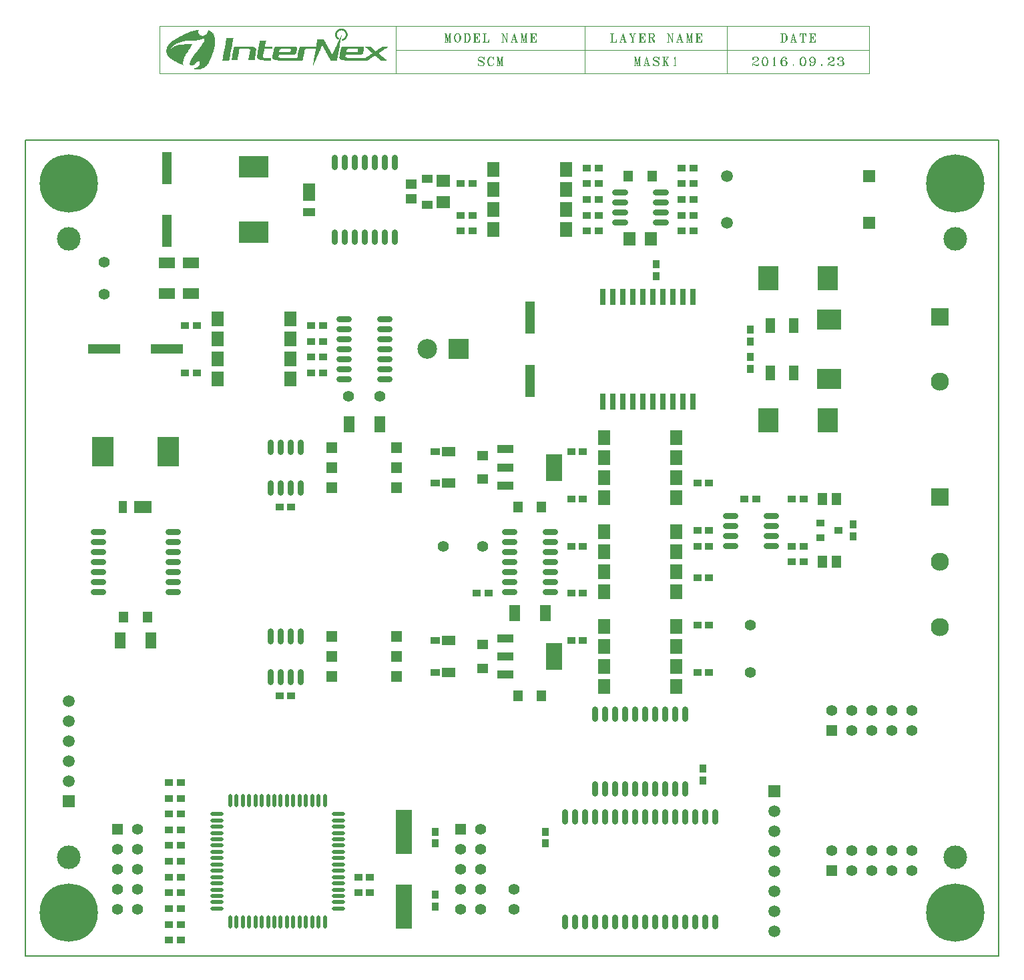
<source format=gbr>
%MOMM*%
%FSLAX33Y33*%
%ADD10C,0.203200*%
%ADD125C,0.120000*%
%ADD129R,1.500000X1.500000*%
%ADD130C,1.500000*%
%ADD131C,0.735000*%
%ADD132R,2.800000X3.700000*%
%ADD133R,4.100000X1.300000*%
%ADD135R,1.400000X1.400000*%
%ADD136R,1.300000X1.450000*%
%ADD137R,1.400000X2.100000*%
%ADD138R,1.000000X1.500000*%
%ADD139R,2.300000X1.500000*%
%ADD140R,2.100000X1.400000*%
%ADD141R,1.300000X4.100000*%
%ADD142R,1.000000X0.900000*%
%ADD143C,0.500000*%
%ADD144R,1.620000X1.880000*%
%ADD145R,3.700000X2.800000*%
%ADD146R,1.370000X1.370000*%
%ADD147R,1.500000X1.000000*%
%ADD148R,1.500000X2.300000*%
%ADD149R,2.100000X5.600000*%
%ADD150C,2.500000*%
%ADD151R,1.320000X1.010000*%
%ADD152R,1.350000X1.200000*%
%ADD153R,0.900000X1.000000*%
%ADD154R,1.450000X1.300000*%
%ADD155R,1.800000X1.200000*%
%ADD156R,1.150000X0.900000*%
%ADD157R,2.500000X2.500000*%
%ADD158R,1.700000X1.600000*%
%ADD159R,2.000000X3.400000*%
%ADD160R,2.000000X1.100000*%
%ADD161R,0.735000X2.050000*%
%ADD162R,1.600000X1.700000*%
%ADD163R,1.200000X1.550000*%
%ADD164R,2.600000X3.100000*%
%ADD165R,3.100000X2.600000*%
%ADD166R,1.300000X1.900000*%
%ADD167C,2.300000*%
%ADD168R,2.300000X2.300000*%
%ADD169C,3.000000*%
%ADD170C,7.400000*%
%ADD171C,3.500000*%
%ADD225C,1.000000*%
%ADD226C,1.400000*%
G90*G71*G01*D02*G54D10*X000000Y000000D02*X123500Y000000D01*X123500Y103500D01*
X000000Y103500D01*X000000Y000000D01*D02*G54D125*X047000Y118000D02*
X017000Y118000D01*X017000Y112000D01*X047000Y112000D01*X047000Y115000D02*
X107000Y115000D01*X058128Y113936D02*X058190Y114082D01*X058190Y113773D01*
X058128Y113936D01*X058018Y114045D01*X057847Y114082D01*X057683Y114082D01*
X057519Y114045D01*X057410Y113936D01*X057410Y113773D01*X057465Y113682D01*
X057628Y113573D01*X057964Y113464D01*X058073Y113409D01*X058128Y113300D01*
X058128Y113155D01*X058073Y113045D01*X057465Y113773D02*X057519Y113682D01*
X057628Y113627D01*X057964Y113518D01*X058073Y113464D01*X058128Y113355D01*
X057519Y114045D02*X057465Y113936D01*X057465Y113827D01*X057519Y113718D01*
X057628Y113682D01*X057964Y113573D01*X058128Y113464D01*X058190Y113355D01*
X058190Y113209D01*X058128Y113100D01*X058073Y113045D01*X057909Y112991D01*
X057738Y112991D01*X057574Y113045D01*X057465Y113155D01*X057410Y113300D01*
X057410Y112991D01*X057465Y113155D01*X059335Y113936D02*X059390Y114082D01*
X059390Y113773D01*X059335Y113936D01*X059226Y114045D01*X059125Y114082D01*
X058969Y114082D01*X058813Y114045D01*X058711Y113936D01*X058657Y113827D01*
X058610Y113682D01*X058610Y113409D01*X058657Y113245D01*X058711Y113155D01*
X058813Y113045D01*X058969Y112991D01*X059125Y112991D01*X059226Y113045D01*
X059335Y113155D01*X059390Y113245D01*X058758Y113936D02*X058711Y113827D01*
X058657Y113682D01*X058657Y113409D01*X058711Y113245D01*X058758Y113155D01*
X058969Y114082D02*X058867Y114045D01*X058758Y113882D01*X058711Y113682D01*
X058711Y113409D01*X058758Y113209D01*X058867Y113045D01*X058969Y112991D01*
X059911Y114082D02*X059911Y113045D01*X059911Y114082D02*X060161Y112991D01*
X059950Y114082D02*X060161Y113155D01*X059982Y114082D02*X060192Y113155D01*
X060411Y114082D02*X060161Y112991D01*X060411Y114082D02*X060411Y112991D01*
X060442Y114045D02*X060442Y113045D01*X060481Y114082D02*X060481Y112991D01*
X059810Y114082D02*X059982Y114082D01*X060411Y114082D02*X060590Y114082D01*
X059810Y112991D02*X060021Y112991D01*X060301Y112991D02*X060590Y112991D01*
X059841Y114082D02*X059911Y114045D01*X060512Y114082D02*X060481Y113991D01*
X060551Y114082D02*X060481Y114045D01*X059911Y113045D02*X059841Y112991D01*
X059911Y113045D02*X059982Y112991D01*X060411Y113045D02*X060340Y112991D01*
X060411Y113100D02*X060372Y112991D01*X060481Y113100D02*X060512Y112991D01*
X060481Y113045D02*X060551Y112991D01*X053311Y117082D02*X053311Y116045D01*
X053311Y117082D02*X053561Y115991D01*X053350Y117082D02*X053561Y116155D01*
X053382Y117082D02*X053592Y116155D01*X053811Y117082D02*X053561Y115991D01*
X053811Y117082D02*X053811Y115991D01*X053842Y117045D02*X053842Y116045D01*
X053881Y117082D02*X053881Y115991D01*X053210Y117082D02*X053382Y117082D01*
X053811Y117082D02*X053990Y117082D01*X053210Y115991D02*X053421Y115991D01*
X053701Y115991D02*X053990Y115991D01*X053241Y117082D02*X053311Y117045D01*
X053912Y117082D02*X053881Y116991D01*X053951Y117082D02*X053881Y117045D01*
X053311Y116045D02*X053241Y115991D01*X053311Y116045D02*X053382Y115991D01*
X053811Y116045D02*X053740Y115991D01*X053811Y116100D02*X053772Y115991D01*
X053881Y116100D02*X053912Y115991D01*X053881Y116045D02*X053951Y115991D01*
X054745Y117082D02*X054605Y117045D01*X054504Y116936D01*X054457Y116827D01*
X054410Y116627D01*X054410Y116464D01*X054457Y116245D01*X054504Y116155D01*
X054605Y116045D01*X054745Y115991D01*X054847Y115991D01*X054995Y116045D01*
X055089Y116155D01*X055135Y116245D01*X055190Y116464D01*X055190Y116627D01*
X055135Y116827D01*X055089Y116936D01*X054995Y117045D01*X054847Y117082D01*
X054745Y117082D01*X054550Y116936D02*X054504Y116827D01*X054457Y116682D01*
X054457Y116409D01*X054504Y116245D01*X054550Y116155D01*X055042Y116155D02*
X055089Y116245D01*X055135Y116409D01*X055135Y116682D01*X055089Y116827D01*
X055042Y116936D01*X054745Y117082D02*X054652Y117045D01*X054550Y116882D01*
X054504Y116682D01*X054504Y116409D01*X054550Y116209D01*X054652Y116045D01*
X054745Y115991D01*X054847Y115991D02*X054940Y116045D01*X055042Y116209D01*
X055089Y116409D01*X055089Y116682D01*X055042Y116882D01*X054940Y117045D01*
X054847Y117082D01*X055743Y117082D02*X055743Y115991D01*X055789Y117045D02*
X055789Y116045D01*X055836Y117082D02*X055836Y115991D01*X055610Y117082D02*
X056062Y117082D01*X056203Y117045D01*X056296Y116936D01*X056343Y116827D01*
X056390Y116682D01*X056390Y116409D01*X056343Y116245D01*X056296Y116155D01*
X056203Y116045D01*X056062Y115991D01*X055610Y115991D01*X056250Y116936D02*
X056296Y116827D01*X056343Y116682D01*X056343Y116409D01*X056296Y116245D01*
X056250Y116155D01*X056062Y117082D02*X056156Y117045D01*X056250Y116882D01*
X056296Y116682D01*X056296Y116409D01*X056250Y116209D01*X056156Y116045D01*
X056062Y115991D01*X055649Y117082D02*X055743Y117045D01*X055696Y117082D02*
X055743Y116991D01*X055883Y117082D02*X055836Y116991D01*X055930Y117082D02*
X055836Y117045D01*X055743Y116045D02*X055649Y115991D01*X055743Y116100D02*
X055696Y115991D01*X055836Y116100D02*X055883Y115991D01*X055836Y116045D02*
X055930Y115991D01*X056950Y117082D02*X056950Y115991D01*X056997Y117045D02*
X056997Y116045D01*X057052Y117082D02*X057052Y115991D01*X056810Y117082D02*
X057590Y117082D01*X057590Y116773D01*X057052Y116573D02*X057340Y116573D01*
X057340Y116773D02*X057340Y116355D01*X056810Y115991D02*X057590Y115991D01*
X057590Y116300D01*X056857Y117082D02*X056950Y117045D01*X056904Y117082D02*
X056950Y116991D01*X057099Y117082D02*X057052Y116991D01*X057145Y117082D02*
X057052Y117045D01*X057340Y117082D02*X057590Y117045D01*X057442Y117082D02*
X057590Y116991D01*X057489Y117082D02*X057590Y116936D01*X057535Y117082D02*
X057590Y116773D01*X057340Y116773D02*X057294Y116573D01*X057340Y116355D01*
X057340Y116682D02*X057247Y116573D01*X057340Y116464D01*X057340Y116627D02*
X057145Y116573D01*X057340Y116518D01*X056950Y116045D02*X056857Y115991D01*
X056950Y116100D02*X056904Y115991D01*X057052Y116100D02*X057099Y115991D01*
X057052Y116045D02*X057145Y115991D01*X057340Y115991D02*X057590Y116045D01*
X057442Y115991D02*X057590Y116100D01*X057489Y115991D02*X057590Y116155D01*
X057535Y115991D02*X057590Y116300D01*X058166Y117082D02*X058166Y115991D01*
X058213Y117045D02*X058213Y116045D01*X058267Y117082D02*X058267Y115991D01*
X058010Y117082D02*X058423Y117082D01*X058010Y115991D02*X058790Y115991D01*
X058790Y116300D01*X058057Y117082D02*X058166Y117045D01*X058111Y117082D02*
X058166Y116991D01*X058322Y117082D02*X058267Y116991D01*X058369Y117082D02*
X058267Y117045D01*X058166Y116045D02*X058057Y115991D01*X058166Y116100D02*
X058111Y115991D01*X058267Y116100D02*X058322Y115991D01*X058267Y116045D02*
X058369Y115991D01*X058525Y115991D02*X058790Y116045D01*X058626Y115991D02*
X058790Y116100D01*X058681Y115991D02*X058790Y116155D01*X058735Y115991D02*
X058790Y116300D01*X060519Y117082D02*X060519Y116045D01*X060519Y117082D02*
X061065Y115991D01*X060566Y117082D02*X061026Y116155D01*X060597Y117082D02*
X061065Y116155D01*X061065Y117045D02*X061065Y115991D01*X060410Y117082D02*
X060597Y117082D01*X060956Y117082D02*X061190Y117082D01*X060410Y115991D02*
X060636Y115991D01*X060441Y117082D02*X060519Y117045D01*X060995Y117082D02*
X061065Y117045D01*X061151Y117082D02*X061065Y117045D01*X060519Y116045D02*
X060441Y115991D01*X060519Y116045D02*X060597Y115991D01*X062000Y117082D02*
X061696Y116045D01*X061953Y116936D02*X062211Y115991D01*X062000Y116936D02*
X062257Y115991D01*X062000Y117082D02*X062296Y115991D01*X061782Y116300D02*
X062172Y116300D01*X061610Y115991D02*X061867Y115991D01*X062086Y115991D02*
X062390Y115991D01*X061696Y116045D02*X061649Y115991D01*X061696Y116045D02*
X061782Y115991D01*X062211Y116045D02*X062125Y115991D01*X062211Y116100D02*
X062172Y115991D01*X062257Y116100D02*X062343Y115991D01*X062911Y117082D02*
X062911Y116045D01*X062911Y117082D02*X063161Y115991D01*X062950Y117082D02*
X063161Y116155D01*X062982Y117082D02*X063192Y116155D01*X063411Y117082D02*
X063161Y115991D01*X063411Y117082D02*X063411Y115991D01*X063442Y117045D02*
X063442Y116045D01*X063481Y117082D02*X063481Y115991D01*X062810Y117082D02*
X062982Y117082D01*X063411Y117082D02*X063590Y117082D01*X062810Y115991D02*
X063021Y115991D01*X063301Y115991D02*X063590Y115991D01*X062841Y117082D02*
X062911Y117045D01*X063512Y117082D02*X063481Y116991D01*X063551Y117082D02*
X063481Y117045D01*X062911Y116045D02*X062841Y115991D01*X062911Y116045D02*
X062982Y115991D01*X063411Y116045D02*X063340Y115991D01*X063411Y116100D02*
X063372Y115991D01*X063481Y116100D02*X063512Y115991D01*X063481Y116045D02*
X063551Y115991D01*X064150Y117082D02*X064150Y115991D01*X064197Y117045D02*
X064197Y116045D01*X064252Y117082D02*X064252Y115991D01*X064010Y117082D02*
X064790Y117082D01*X064790Y116773D01*X064252Y116573D02*X064540Y116573D01*
X064540Y116773D02*X064540Y116355D01*X064010Y115991D02*X064790Y115991D01*
X064790Y116300D01*X064057Y117082D02*X064150Y117045D01*X064104Y117082D02*
X064150Y116991D01*X064299Y117082D02*X064252Y116991D01*X064345Y117082D02*
X064252Y117045D01*X064540Y117082D02*X064790Y117045D01*X064642Y117082D02*
X064790Y116991D01*X064689Y117082D02*X064790Y116936D01*X064735Y117082D02*
X064790Y116773D01*X064540Y116773D02*X064494Y116573D01*X064540Y116355D01*
X064540Y116682D02*X064447Y116573D01*X064540Y116464D01*X064540Y116627D02*
X064345Y116573D01*X064540Y116518D01*X064150Y116045D02*X064057Y115991D01*
X064150Y116100D02*X064104Y115991D01*X064252Y116100D02*X064299Y115991D01*
X064252Y116045D02*X064345Y115991D01*X064540Y115991D02*X064790Y116045D01*
X064642Y115991D02*X064790Y116100D01*X064689Y115991D02*X064790Y116155D01*
X064735Y115991D02*X064790Y116300D01*X074366Y117082D02*X074366Y115991D01*
X074413Y117045D02*X074413Y116045D01*X074467Y117082D02*X074467Y115991D01*
X074210Y117082D02*X074623Y117082D01*X074210Y115991D02*X074990Y115991D01*
X074990Y116300D01*X074257Y117082D02*X074366Y117045D01*X074311Y117082D02*
X074366Y116991D01*X074522Y117082D02*X074467Y116991D01*X074569Y117082D02*
X074467Y117045D01*X074366Y116045D02*X074257Y115991D01*X074366Y116100D02*
X074311Y115991D01*X074467Y116100D02*X074522Y115991D01*X074467Y116045D02*
X074569Y115991D01*X074725Y115991D02*X074990Y116045D01*X074826Y115991D02*
X074990Y116100D01*X074881Y115991D02*X074990Y116155D01*X074935Y115991D02*
X074990Y116300D01*X075800Y117082D02*X075496Y116045D01*X075753Y116936D02*
X076011Y115991D01*X075800Y116936D02*X076057Y115991D01*X075800Y117082D02*
X076096Y115991D01*X075582Y116300D02*X075972Y116300D01*X075410Y115991D02*
X075667Y115991D01*X075886Y115991D02*X076190Y115991D01*X075496Y116045D02*
X075449Y115991D01*X075496Y116045D02*X075582Y115991D01*X076011Y116045D02*
X075925Y115991D01*X076011Y116100D02*X075972Y115991D01*X076057Y116100D02*
X076143Y115991D01*X076688Y117082D02*X076953Y116518D01*X076953Y115991D01*
X076727Y117082D02*X076992Y116518D01*X076992Y116045D01*X076758Y117082D02*
X077039Y116518D01*X077039Y115991D01*X077265Y117045D02*X077039Y116518D01*
X076610Y117082D02*X076883Y117082D01*X077148Y117082D02*X077390Y117082D01*
X076844Y115991D02*X077148Y115991D01*X076649Y117082D02*X076727Y117045D01*
X076844Y117082D02*X076758Y117045D01*X077195Y117082D02*X077265Y117045D01*
X077343Y117082D02*X077265Y117045D01*X076953Y116045D02*X076883Y115991D01*
X076953Y116100D02*X076914Y115991D01*X077039Y116100D02*X077070Y115991D01*
X077039Y116045D02*X077109Y115991D01*X077950Y117082D02*X077950Y115991D01*
X077997Y117045D02*X077997Y116045D01*X078052Y117082D02*X078052Y115991D01*
X077810Y117082D02*X078590Y117082D01*X078590Y116773D01*X078052Y116573D02*
X078340Y116573D01*X078340Y116773D02*X078340Y116355D01*X077810Y115991D02*
X078590Y115991D01*X078590Y116300D01*X077857Y117082D02*X077950Y117045D01*
X077904Y117082D02*X077950Y116991D01*X078099Y117082D02*X078052Y116991D01*
X078145Y117082D02*X078052Y117045D01*X078340Y117082D02*X078590Y117045D01*
X078442Y117082D02*X078590Y116991D01*X078489Y117082D02*X078590Y116936D01*
X078535Y117082D02*X078590Y116773D01*X078340Y116773D02*X078294Y116573D01*
X078340Y116355D01*X078340Y116682D02*X078247Y116573D01*X078340Y116464D01*
X078340Y116627D02*X078145Y116573D01*X078340Y116518D01*X077950Y116045D02*
X077857Y115991D01*X077950Y116100D02*X077904Y115991D01*X078052Y116100D02*
X078099Y115991D01*X078052Y116045D02*X078145Y115991D01*X078340Y115991D02*
X078590Y116045D01*X078442Y115991D02*X078590Y116100D01*X078489Y115991D02*
X078590Y116155D01*X078535Y115991D02*X078590Y116300D01*X079135Y117082D02*
X079135Y115991D01*X079182Y117045D02*X079182Y116045D01*X079221Y117082D02*
X079221Y115991D01*X079010Y117082D02*X079525Y117082D01*X079657Y117045D01*
X079696Y116991D01*X079743Y116882D01*X079743Y116773D01*X079696Y116682D01*
X079657Y116627D01*X079525Y116573D01*X079221Y116573D01*X079657Y116991D02*
X079696Y116882D01*X079696Y116773D01*X079657Y116682D01*X079525Y117082D02*
X079611Y117045D01*X079657Y116936D01*X079657Y116718D01*X079611Y116627D01*
X079525Y116573D01*X079392Y116573D02*X079486Y116518D01*X079525Y116409D01*
X079611Y116100D01*X079657Y115991D01*X079743Y115991D01*X079790Y116100D01*
X079790Y116209D01*X079611Y116209D02*X079657Y116100D01*X079696Y116045D01*
X079743Y116045D01*X079486Y116518D02*X079525Y116464D01*X079657Y116155D01*
X079696Y116100D01*X079743Y116100D01*X079790Y116155D01*X079010Y115991D02*
X079353Y115991D01*X079049Y117082D02*X079135Y117045D01*X079096Y117082D02*
X079135Y116991D01*X079267Y117082D02*X079221Y116991D01*X079306Y117082D02*
X079221Y117045D01*X079135Y116045D02*X079049Y115991D01*X079135Y116100D02*
X079096Y115991D01*X079221Y116100D02*X079267Y115991D01*X079221Y116045D02*
X079306Y115991D01*X081519Y117082D02*X081519Y116045D01*X081519Y117082D02*
X082065Y115991D01*X081566Y117082D02*X082026Y116155D01*X081597Y117082D02*
X082065Y116155D01*X082065Y117045D02*X082065Y115991D01*X081410Y117082D02*
X081597Y117082D01*X081956Y117082D02*X082190Y117082D01*X081410Y115991D02*
X081636Y115991D01*X081441Y117082D02*X081519Y117045D01*X081995Y117082D02*
X082065Y117045D01*X082151Y117082D02*X082065Y117045D01*X081519Y116045D02*
X081441Y115991D01*X081519Y116045D02*X081597Y115991D01*X083000Y117082D02*
X082696Y116045D01*X082953Y116936D02*X083211Y115991D01*X083000Y116936D02*
X083257Y115991D01*X083000Y117082D02*X083296Y115991D01*X082782Y116300D02*
X083172Y116300D01*X082610Y115991D02*X082867Y115991D01*X083086Y115991D02*
X083390Y115991D01*X082696Y116045D02*X082649Y115991D01*X082696Y116045D02*
X082782Y115991D01*X083211Y116045D02*X083125Y115991D01*X083211Y116100D02*
X083172Y115991D01*X083257Y116100D02*X083343Y115991D01*X083911Y117082D02*
X083911Y116045D01*X083911Y117082D02*X084161Y115991D01*X083950Y117082D02*
X084161Y116155D01*X083982Y117082D02*X084192Y116155D01*X084411Y117082D02*
X084161Y115991D01*X084411Y117082D02*X084411Y115991D01*X084442Y117045D02*
X084442Y116045D01*X084481Y117082D02*X084481Y115991D01*X083810Y117082D02*
X083982Y117082D01*X084411Y117082D02*X084590Y117082D01*X083810Y115991D02*
X084021Y115991D01*X084301Y115991D02*X084590Y115991D01*X083841Y117082D02*
X083911Y117045D01*X084512Y117082D02*X084481Y116991D01*X084551Y117082D02*
X084481Y117045D01*X083911Y116045D02*X083841Y115991D01*X083911Y116045D02*
X083982Y115991D01*X084411Y116045D02*X084340Y115991D01*X084411Y116100D02*
X084372Y115991D01*X084481Y116100D02*X084512Y115991D01*X084481Y116045D02*
X084551Y115991D01*X085150Y117082D02*X085150Y115991D01*X085197Y117045D02*
X085197Y116045D01*X085252Y117082D02*X085252Y115991D01*X085010Y117082D02*
X085790Y117082D01*X085790Y116773D01*X085252Y116573D02*X085540Y116573D01*
X085540Y116773D02*X085540Y116355D01*X085010Y115991D02*X085790Y115991D01*
X085790Y116300D01*X085057Y117082D02*X085150Y117045D01*X085104Y117082D02*
X085150Y116991D01*X085299Y117082D02*X085252Y116991D01*X085345Y117082D02*
X085252Y117045D01*X085540Y117082D02*X085790Y117045D01*X085642Y117082D02*
X085790Y116991D01*X085689Y117082D02*X085790Y116936D01*X085735Y117082D02*
X085790Y116773D01*X085540Y116773D02*X085494Y116573D01*X085540Y116355D01*
X085540Y116682D02*X085447Y116573D01*X085540Y116464D01*X085540Y116627D02*
X085345Y116573D01*X085540Y116518D01*X085150Y116045D02*X085057Y115991D01*
X085150Y116100D02*X085104Y115991D01*X085252Y116100D02*X085299Y115991D01*
X085252Y116045D02*X085345Y115991D01*X085540Y115991D02*X085790Y116045D01*
X085642Y115991D02*X085790Y116100D01*X085689Y115991D02*X085790Y116155D01*
X085735Y115991D02*X085790Y116300D01*X071000Y118000D02*X071000Y112000D01*
X047000Y118000D02*X107000Y118000D01*X107000Y112000D02*X047000Y112000D01*
X047000Y118000D02*X047000Y112000D01*X107000Y118000D02*X107000Y112000D01*
X089000Y118000D02*X089000Y112000D01*X095943Y117082D02*X095943Y115991D01*
X095989Y117045D02*X095989Y116045D01*X096036Y117082D02*X096036Y115991D01*
X095810Y117082D02*X096262Y117082D01*X096403Y117045D01*X096496Y116936D01*
X096543Y116827D01*X096590Y116682D01*X096590Y116409D01*X096543Y116245D01*
X096496Y116155D01*X096403Y116045D01*X096262Y115991D01*X095810Y115991D01*
X096450Y116936D02*X096496Y116827D01*X096543Y116682D01*X096543Y116409D01*
X096496Y116245D01*X096450Y116155D01*X096262Y117082D02*X096356Y117045D01*
X096450Y116882D01*X096496Y116682D01*X096496Y116409D01*X096450Y116209D01*
X096356Y116045D01*X096262Y115991D01*X095849Y117082D02*X095943Y117045D01*
X095896Y117082D02*X095943Y116991D01*X096083Y117082D02*X096036Y116991D01*
X096130Y117082D02*X096036Y117045D01*X095943Y116045D02*X095849Y115991D01*
X095943Y116100D02*X095896Y115991D01*X096036Y116100D02*X096083Y115991D01*
X096036Y116045D02*X096130Y115991D01*X097400Y117082D02*X097096Y116045D01*
X097353Y116936D02*X097611Y115991D01*X097400Y116936D02*X097657Y115991D01*
X097400Y117082D02*X097696Y115991D01*X097182Y116300D02*X097572Y116300D01*
X097010Y115991D02*X097267Y115991D01*X097486Y115991D02*X097790Y115991D01*
X097096Y116045D02*X097049Y115991D01*X097096Y116045D02*X097182Y115991D01*
X097611Y116045D02*X097525Y115991D01*X097611Y116100D02*X097572Y115991D01*
X097657Y116100D02*X097743Y115991D01*X098210Y117082D02*X098210Y116773D01*
X098545Y117082D02*X098545Y115991D01*X098600Y117045D02*X098600Y116045D01*
X098647Y117082D02*X098647Y115991D01*X098990Y117082D02*X098990Y116773D01*
X098210Y117082D02*X098990Y117082D01*X098405Y115991D02*X098787Y115991D01*
X098257Y117082D02*X098210Y116773D01*X098304Y117082D02*X098210Y116936D01*
X098350Y117082D02*X098210Y116991D01*X098452Y117082D02*X098210Y117045D01*
X098740Y117082D02*X098990Y117045D01*X098842Y117082D02*X098990Y116991D01*
X098889Y117082D02*X098990Y116936D01*X098935Y117082D02*X098990Y116773D01*
X098545Y116045D02*X098452Y115991D01*X098545Y116100D02*X098499Y115991D01*
X098647Y116100D02*X098694Y115991D01*X098647Y116045D02*X098740Y115991D01*
X099550Y117082D02*X099550Y115991D01*X099597Y117045D02*X099597Y116045D01*
X099652Y117082D02*X099652Y115991D01*X099410Y117082D02*X100190Y117082D01*
X100190Y116773D01*X099652Y116573D02*X099940Y116573D01*X099940Y116773D02*
X099940Y116355D01*X099410Y115991D02*X100190Y115991D01*X100190Y116300D01*
X099457Y117082D02*X099550Y117045D01*X099504Y117082D02*X099550Y116991D01*
X099699Y117082D02*X099652Y116991D01*X099745Y117082D02*X099652Y117045D01*
X099940Y117082D02*X100190Y117045D01*X100042Y117082D02*X100190Y116991D01*
X100089Y117082D02*X100190Y116936D01*X100135Y117082D02*X100190Y116773D01*
X099940Y116773D02*X099894Y116573D01*X099940Y116355D01*X099940Y116682D02*
X099847Y116573D01*X099940Y116464D01*X099940Y116627D02*X099745Y116573D01*
X099940Y116518D01*X099550Y116045D02*X099457Y115991D01*X099550Y116100D02*
X099504Y115991D01*X099652Y116100D02*X099699Y115991D01*X099652Y116045D02*
X099745Y115991D01*X099940Y115991D02*X100190Y116045D01*X100042Y115991D02*
X100190Y116100D01*X100089Y115991D02*X100190Y116155D01*X100135Y115991D02*
X100190Y116300D01*X092265Y113882D02*X092265Y113827D01*X092319Y113827D01*
X092319Y113882D01*X092265Y113882D01*X092265Y113936D02*X092319Y113936D01*
X092374Y113882D01*X092374Y113827D01*X092319Y113773D01*X092265Y113773D01*
X092210Y113827D01*X092210Y113882D01*X092265Y113991D01*X092319Y114045D01*
X092483Y114082D01*X092709Y114082D01*X092873Y114045D01*X092928Y113991D01*
X092990Y113882D01*X092990Y113773D01*X092928Y113682D01*X092764Y113573D01*
X092483Y113464D01*X092374Y113409D01*X092265Y113300D01*X092210Y113155D01*
X092210Y112991D01*X092873Y113991D02*X092928Y113882D01*X092928Y113773D01*
X092873Y113682D01*X092709Y114082D02*X092818Y114045D01*X092873Y113882D01*
X092873Y113773D01*X092818Y113682D01*X092709Y113573D01*X092483Y113464D01*
X092210Y113100D02*X092265Y113155D01*X092374Y113155D01*X092647Y113100D01*
X092873Y113100D01*X092990Y113155D01*X092374Y113155D02*X092647Y113045D01*
X092873Y113045D01*X092928Y113100D01*X092374Y113155D02*X092647Y112991D01*
X092873Y112991D01*X092928Y113045D01*X092990Y113155D01*X092990Y113245D01*
X093738Y114082D02*X093574Y114045D01*X093465Y113882D01*X093410Y113627D01*
X093410Y113464D01*X093465Y113209D01*X093574Y113045D01*X093738Y112991D01*
X093855Y112991D01*X094018Y113045D01*X094128Y113209D01*X094190Y113464D01*
X094190Y113627D01*X094128Y113882D01*X094018Y114045D01*X093855Y114082D01*
X093738Y114082D01*X093574Y113991D02*X093519Y113882D01*X093465Y113682D01*
X093465Y113409D01*X093519Y113209D01*X093574Y113100D01*X094018Y113100D02*
X094073Y113209D01*X094128Y113409D01*X094128Y113682D01*X094073Y113882D01*
X094018Y113991D01*X093738Y114082D02*X093628Y114045D01*X093574Y113936D01*
X093519Y113682D01*X093519Y113409D01*X093574Y113155D01*X093628Y113045D01*
X093738Y112991D01*X093855Y112991D02*X093964Y113045D01*X094018Y113155D01*
X094073Y113409D01*X094073Y113682D01*X094018Y113936D01*X093964Y114045D01*
X093855Y114082D01*X094961Y113991D02*X094961Y112991D01*X094992Y113991D02*
X094992Y113045D01*X095016Y114082D02*X095016Y112991D01*X095016Y114082D02*
X094938Y113936D01*X094891Y113882D01*X094867Y112991D02*X095117Y112991D01*
X094961Y113045D02*X094914Y112991D01*X094961Y113100D02*X094938Y112991D01*
X095016Y113100D02*X095039Y112991D01*X095016Y113045D02*X095062Y112991D01*
X096418Y113936D02*X096418Y113882D01*X096473Y113882D01*X096473Y113936D01*
X096418Y113936D01*X096473Y113991D02*X096418Y113991D01*X096364Y113936D01*
X096364Y113882D01*X096418Y113827D01*X096473Y113827D01*X096528Y113882D01*
X096528Y113936D01*X096473Y114045D01*X096364Y114082D01*X096200Y114082D01*
X096028Y114045D01*X095919Y113936D01*X095865Y113827D01*X095810Y113627D01*
X095810Y113300D01*X095865Y113155D01*X095974Y113045D01*X096138Y112991D01*
X096255Y112991D01*X096418Y113045D01*X096528Y113155D01*X096590Y113300D01*
X096590Y113355D01*X096528Y113518D01*X096418Y113627D01*X096255Y113682D01*
X096138Y113682D01*X096028Y113627D01*X095974Y113573D01*X095919Y113464D01*
X095974Y113936D02*X095919Y113827D01*X095865Y113627D01*X095865Y113300D01*
X095919Y113155D01*X095974Y113100D01*X096473Y113155D02*X096528Y113245D01*
X096528Y113409D01*X096473Y113518D01*X096200Y114082D02*X096083Y114045D01*
X096028Y113991D01*X095974Y113882D01*X095919Y113682D01*X095919Y113300D01*
X095974Y113155D01*X096028Y113045D01*X096138Y112991D01*X096255Y112991D02*
X096364Y113045D01*X096418Y113100D01*X096473Y113245D01*X096473Y113409D01*
X096418Y113573D01*X096364Y113627D01*X096255Y113682D01*X097384Y113155D02*
X097361Y113100D01*X097361Y113045D01*X097384Y112991D01*X097408Y112991D01*
X097431Y113045D01*X097431Y113100D01*X097408Y113155D01*X097384Y113155D01*
X097384Y113100D02*X097384Y113045D01*X097408Y113045D01*X097408Y113100D01*
X097384Y113100D01*X098538Y114082D02*X098374Y114045D01*X098265Y113882D01*
X098210Y113627D01*X098210Y113464D01*X098265Y113209D01*X098374Y113045D01*
X098538Y112991D01*X098655Y112991D01*X098818Y113045D01*X098928Y113209D01*
X098990Y113464D01*X098990Y113627D01*X098928Y113882D01*X098818Y114045D01*
X098655Y114082D01*X098538Y114082D01*X098374Y113991D02*X098319Y113882D01*
X098265Y113682D01*X098265Y113409D01*X098319Y113209D01*X098374Y113100D01*
X098818Y113100D02*X098873Y113209D01*X098928Y113409D01*X098928Y113682D01*
X098873Y113882D01*X098818Y113991D01*X098538Y114082D02*X098428Y114045D01*
X098374Y113936D01*X098319Y113682D01*X098319Y113409D01*X098374Y113155D01*
X098428Y113045D01*X098538Y112991D01*X098655Y112991D02*X098764Y113045D01*
X098818Y113155D01*X098873Y113409D01*X098873Y113682D01*X098818Y113936D01*
X098764Y114045D01*X098655Y114082D01*X099519Y113209D02*X099519Y113155D01*
X099574Y113155D01*X099574Y113209D01*X099519Y113209D01*X100073Y113627D02*
X100018Y113518D01*X099964Y113464D01*X099855Y113409D01*X099738Y113409D01*
X099574Y113464D01*X099465Y113573D01*X099410Y113718D01*X099410Y113773D01*
X099465Y113936D01*X099574Y114045D01*X099738Y114082D01*X099855Y114082D01*
X100018Y114045D01*X100128Y113936D01*X100190Y113773D01*X100190Y113464D01*
X100128Y113245D01*X100073Y113155D01*X099964Y113045D01*X099792Y112991D01*
X099628Y112991D01*X099519Y113045D01*X099465Y113155D01*X099465Y113209D01*
X099519Y113245D01*X099574Y113245D01*X099628Y113209D01*X099628Y113155D01*
X099574Y113100D01*X099519Y113100D01*X099519Y113573D02*X099465Y113682D01*
X099465Y113827D01*X099519Y113936D01*X100018Y113991D02*X100073Y113936D01*
X100128Y113773D01*X100128Y113464D01*X100073Y113245D01*X100018Y113155D01*
X099738Y113409D02*X099628Y113464D01*X099574Y113518D01*X099519Y113682D01*
X099519Y113827D01*X099574Y113991D01*X099628Y114045D01*X099738Y114082D01*
X099855Y114082D02*X099964Y114045D01*X100018Y113936D01*X100073Y113773D01*
X100073Y113409D01*X100018Y113209D01*X099964Y113100D01*X099909Y113045D01*
X099792Y112991D01*X100984Y113155D02*X100961Y113100D01*X100961Y113045D01*
X100984Y112991D01*X101008Y112991D01*X101031Y113045D01*X101031Y113100D01*
X101008Y113155D01*X100984Y113155D01*X100984Y113100D02*X100984Y113045D01*
X101008Y113045D01*X101008Y113100D01*X100984Y113100D01*X101865Y113882D02*
X101865Y113827D01*X101919Y113827D01*X101919Y113882D01*X101865Y113882D01*
X101865Y113936D02*X101919Y113936D01*X101974Y113882D01*X101974Y113827D01*
X101919Y113773D01*X101865Y113773D01*X101810Y113827D01*X101810Y113882D01*
X101865Y113991D01*X101919Y114045D01*X102083Y114082D01*X102309Y114082D01*
X102473Y114045D01*X102528Y113991D01*X102590Y113882D01*X102590Y113773D01*
X102528Y113682D01*X102364Y113573D01*X102083Y113464D01*X101974Y113409D01*
X101865Y113300D01*X101810Y113155D01*X101810Y112991D01*X102473Y113991D02*
X102528Y113882D01*X102528Y113773D01*X102473Y113682D01*X102309Y114082D02*
X102418Y114045D01*X102473Y113882D01*X102473Y113773D01*X102418Y113682D01*
X102309Y113573D01*X102083Y113464D01*X101810Y113100D02*X101865Y113155D01*
X101974Y113155D01*X102247Y113100D01*X102473Y113100D01*X102590Y113155D01*
X101974Y113155D02*X102247Y113045D01*X102473Y113045D01*X102528Y113100D01*
X101974Y113155D02*X102247Y112991D01*X102473Y112991D01*X102528Y113045D01*
X102590Y113155D01*X102590Y113245D01*X103065Y113882D02*X103065Y113827D01*
X103119Y113827D01*X103119Y113882D01*X103065Y113882D01*X103065Y113936D02*
X103119Y113936D01*X103174Y113882D01*X103174Y113827D01*X103119Y113773D01*
X103065Y113773D01*X103010Y113827D01*X103010Y113882D01*X103065Y113991D01*
X103119Y114045D01*X103283Y114082D01*X103509Y114082D01*X103673Y114045D01*
X103728Y113936D01*X103728Y113773D01*X103673Y113682D01*X103509Y113627D01*
X103618Y114045D02*X103673Y113936D01*X103673Y113773D01*X103618Y113682D01*
X103455Y114082D02*X103564Y114045D01*X103618Y113936D01*X103618Y113773D01*
X103564Y113682D01*X103455Y113627D01*X103338Y113627D02*X103509Y113627D01*
X103618Y113573D01*X103728Y113464D01*X103790Y113355D01*X103790Y113209D01*
X103728Y113100D01*X103673Y113045D01*X103509Y112991D01*X103283Y112991D01*
X103119Y113045D01*X103065Y113100D01*X103010Y113209D01*X103010Y113245D01*
X103065Y113300D01*X103119Y113300D01*X103174Y113245D01*X103174Y113209D01*
X103119Y113155D01*X103065Y113155D01*X103673Y113464D02*X103728Y113355D01*
X103728Y113209D01*X103673Y113100D01*X103455Y113627D02*X103564Y113573D01*
X103618Y113518D01*X103673Y113355D01*X103673Y113209D01*X103618Y113045D01*
X103509Y112991D01*X103065Y113245D02*X103065Y113209D01*X103119Y113209D01*
X103119Y113245D01*X103065Y113245D01*X077311Y114082D02*X077311Y113045D01*
X077311Y114082D02*X077561Y112991D01*X077350Y114082D02*X077561Y113155D01*
X077382Y114082D02*X077592Y113155D01*X077811Y114082D02*X077561Y112991D01*
X077811Y114082D02*X077811Y112991D01*X077842Y114045D02*X077842Y113045D01*
X077881Y114082D02*X077881Y112991D01*X077210Y114082D02*X077382Y114082D01*
X077811Y114082D02*X077990Y114082D01*X077210Y112991D02*X077421Y112991D01*
X077701Y112991D02*X077990Y112991D01*X077241Y114082D02*X077311Y114045D01*
X077912Y114082D02*X077881Y113991D01*X077951Y114082D02*X077881Y114045D01*
X077311Y113045D02*X077241Y112991D01*X077311Y113045D02*X077382Y112991D01*
X077811Y113045D02*X077740Y112991D01*X077811Y113100D02*X077772Y112991D01*
X077881Y113100D02*X077912Y112991D01*X077881Y113045D02*X077951Y112991D01*
X078800Y114082D02*X078496Y113045D01*X078753Y113936D02*X079011Y112991D01*
X078800Y113936D02*X079057Y112991D01*X078800Y114082D02*X079096Y112991D01*
X078582Y113300D02*X078972Y113300D01*X078410Y112991D02*X078667Y112991D01*
X078886Y112991D02*X079190Y112991D01*X078496Y113045D02*X078449Y112991D01*
X078496Y113045D02*X078582Y112991D01*X079011Y113045D02*X078925Y112991D01*
X079011Y113100D02*X078972Y112991D01*X079057Y113100D02*X079143Y112991D01*
X080328Y113936D02*X080390Y114082D01*X080390Y113773D01*X080328Y113936D01*
X080218Y114045D01*X080047Y114082D01*X079883Y114082D01*X079719Y114045D01*
X079610Y113936D01*X079610Y113773D01*X079665Y113682D01*X079828Y113573D01*
X080164Y113464D01*X080273Y113409D01*X080328Y113300D01*X080328Y113155D01*
X080273Y113045D01*X079665Y113773D02*X079719Y113682D01*X079828Y113627D01*
X080164Y113518D01*X080273Y113464D01*X080328Y113355D01*X079719Y114045D02*
X079665Y113936D01*X079665Y113827D01*X079719Y113718D01*X079828Y113682D01*
X080164Y113573D01*X080328Y113464D01*X080390Y113355D01*X080390Y113209D01*
X080328Y113100D01*X080273Y113045D01*X080109Y112991D01*X079938Y112991D01*
X079774Y113045D01*X079665Y113155D01*X079610Y113300D01*X079610Y112991D01*
X079665Y113155D01*X080927Y114082D02*X080927Y112991D01*X080974Y114045D02*
X080974Y113045D01*X081013Y114082D02*X081013Y112991D01*X081465Y114045D02*
X081013Y113464D01*X081138Y113573D02*X081418Y112991D01*X081177Y113573D02*
X081465Y112991D01*X081177Y113682D02*X081504Y112991D01*X080810Y114082D02*
X081138Y114082D01*X081340Y114082D02*X081590Y114082D01*X080810Y112991D02*
X081138Y112991D01*X081301Y112991D02*X081590Y112991D01*X080849Y114082D02*
X080927Y114045D01*X080888Y114082D02*X080927Y113991D01*X081052Y114082D02*
X081013Y113991D01*X081091Y114082D02*X081013Y114045D01*X081418Y114082D02*
X081465Y114045D01*X081543Y114082D02*X081465Y114045D01*X080927Y113045D02*
X080849Y112991D01*X080927Y113100D02*X080888Y112991D01*X081013Y113100D02*
X081052Y112991D01*X081013Y113045D02*X081091Y112991D01*X081418Y113100D02*
X081340Y112991D01*X081418Y113100D02*X081543Y112991D01*X082361Y113991D02*
X082361Y112991D01*X082392Y113991D02*X082392Y113045D01*X082416Y114082D02*
X082416Y112991D01*X082416Y114082D02*X082338Y113936D01*X082291Y113882D01*
X082267Y112991D02*X082517Y112991D01*X082361Y113045D02*X082314Y112991D01*
X082361Y113100D02*X082338Y112991D01*X082416Y113100D02*X082439Y112991D01*
X082416Y113045D02*X082462Y112991D01*D02*G54D129*X005500Y019650D03*
X095000Y020890D03*X107000Y093000D03*X107000Y099000D03*D02*G54D130*
X095000Y003110D03*X095000Y008190D03*X095000Y005650D03*X095000Y013270D03*
X095000Y010730D03*X095000Y018350D03*X095000Y015810D03*X005500Y022190D03*
X005500Y024730D03*X005500Y027270D03*X005500Y029810D03*X005500Y032350D03*
X089000Y093000D03*X089000Y099000D03*D02*G54D131*X068475Y003768D02*
X068475Y004933D01*X069745Y003768D02*X069745Y004933D01*X071015Y003768D02*
X071015Y004933D01*X072285Y003768D02*X072285Y004933D01*X073555Y003768D02*
X073555Y004933D01*X074825Y003768D02*X074825Y004933D01*X076095Y003768D02*
X076095Y004933D01*X077365Y003768D02*X077365Y004933D01*X078635Y003768D02*
X078635Y004933D01*X079905Y003768D02*X079905Y004933D01*X081175Y003768D02*
X081175Y004933D01*X082445Y003768D02*X082445Y004933D01*X083715Y003768D02*
X083715Y004933D01*X084985Y003768D02*X084985Y004933D01*X086255Y003768D02*
X086255Y004933D01*X087525Y003768D02*X087525Y004933D01*X076095Y021868D02*
X076095Y020668D01*X074825Y021868D02*X074825Y020668D01*X073555Y021868D02*
X073555Y020668D01*X072285Y021868D02*X072285Y020668D01*X076095Y017068D02*
X076095Y018233D01*X074825Y017068D02*X074825Y018233D01*X073555Y017068D02*
X073555Y018233D01*X072285Y017068D02*X072285Y018233D01*X071015Y017068D02*
X071015Y018233D01*X069745Y017068D02*X069745Y018233D01*X068475Y017068D02*
X068475Y018233D01*X083715Y021868D02*X083715Y020668D01*X082445Y021868D02*
X082445Y020668D01*X081175Y021868D02*X081175Y020668D01*X079905Y021868D02*
X079905Y020668D01*X078635Y021868D02*X078635Y020668D01*X077365Y021868D02*
X077365Y020668D01*X083715Y017068D02*X083715Y018233D01*X082445Y017068D02*
X082445Y018233D01*X081175Y017068D02*X081175Y018233D01*X079905Y017068D02*
X079905Y018233D01*X078635Y017068D02*X078635Y018233D01*X077365Y017068D02*
X077365Y018233D01*X087525Y017068D02*X087525Y018233D01*X086255Y017068D02*
X086255Y018233D01*X084985Y017068D02*X084985Y018233D01*X076095Y031333D02*
X076095Y030133D01*X074825Y031333D02*X074825Y030133D01*X073555Y031333D02*
X073555Y030133D01*X072285Y031333D02*X072285Y030133D01*X083715Y031333D02*
X083715Y030133D01*X082445Y031333D02*X082445Y030133D01*X081175Y031333D02*
X081175Y030133D01*X079905Y031333D02*X079905Y030133D01*X078635Y031333D02*
X078635Y030133D01*X077365Y031333D02*X077365Y030133D01*X033635Y036018D02*
X033635Y034818D01*X032365Y036018D02*X032365Y034818D01*X031095Y036018D02*
X031095Y034818D01*X034905Y036018D02*X034905Y034818D01*X031095Y041183D02*
X031095Y039983D01*X032365Y041183D02*X032365Y039983D01*X033635Y041183D02*
X033635Y039983D01*X034905Y041183D02*X034905Y039983D01*X008668Y048730D02*
X009868Y048730D01*X008668Y047460D02*X009868Y047460D01*X008668Y046190D02*
X009868Y046190D01*X018133Y046190D02*X019333Y046190D01*X018133Y047460D02*
X019333Y047460D01*X018133Y048730D02*X019333Y048730D01*X067183Y046190D02*
X065983Y046190D01*X067183Y047460D02*X065983Y047460D01*X067183Y048730D02*
X065983Y048730D01*X062018Y048730D02*X060818Y048730D01*X062018Y047460D02*
X060818Y047460D01*X062018Y046190D02*X060818Y046190D01*X008668Y053810D02*
X009868Y053810D01*X008668Y052540D02*X009868Y052540D01*X008668Y051270D02*
X009868Y051270D01*X008668Y050000D02*X009868Y050000D01*X018133Y050000D02*
X019333Y050000D01*X018133Y051270D02*X019333Y051270D01*X018133Y052540D02*
X019333Y052540D01*X018133Y053810D02*X019333Y053810D01*X067183Y050000D02*
X065983Y050000D01*X067183Y051270D02*X065983Y051270D01*X067183Y052540D02*
X065983Y052540D01*X067183Y053810D02*X065983Y053810D01*X062018Y053810D02*
X060818Y053810D01*X062018Y052540D02*X060818Y052540D01*X062018Y051270D02*
X060818Y051270D01*X062018Y050000D02*X060818Y050000D01*X088818Y052095D02*
X090018Y052095D01*X088818Y053365D02*X090018Y053365D01*X088818Y054635D02*
X090018Y054635D01*X093983Y054635D02*X095183Y054635D01*X093983Y053365D02*
X095183Y053365D01*X093983Y052095D02*X095183Y052095D01*X033635Y060018D02*
X033635Y058818D01*X032365Y060018D02*X032365Y058818D01*X031095Y060018D02*
X031095Y058818D01*X034905Y060018D02*X034905Y058818D01*X088818Y055905D02*
X090018Y055905D01*X093983Y055905D02*X095183Y055905D01*X031095Y065183D02*
X031095Y063983D01*X032365Y065183D02*X032365Y063983D01*X033635Y065183D02*
X033635Y063983D01*X034905Y065183D02*X034905Y063983D01*X041018Y078270D02*
X039818Y078270D01*X041018Y077000D02*X039818Y077000D01*X041018Y075730D02*
X039818Y075730D01*X041018Y074460D02*X039818Y074460D01*X041018Y073190D02*
X039818Y073190D01*X046183Y073190D02*X044983Y073190D01*X046183Y074460D02*
X044983Y074460D01*X046183Y075730D02*X044983Y075730D01*X046183Y077000D02*
X044983Y077000D01*X046183Y078270D02*X044983Y078270D01*X041018Y080810D02*
X039818Y080810D01*X041018Y079540D02*X039818Y079540D01*X046183Y079540D02*
X044983Y079540D01*X046183Y080810D02*X044983Y080810D01*X039190Y090668D02*
X039190Y091868D01*X040460Y090668D02*X040460Y091868D01*X041730Y090668D02*
X041730Y091868D01*X043000Y090668D02*X043000Y091868D01*X044270Y090668D02*
X044270Y091868D01*X045540Y090668D02*X045540Y091868D01*X046810Y090668D02*
X046810Y091868D01*X074818Y093095D02*X076018Y093095D01*X074818Y094365D02*
X076018Y094365D01*X079983Y094365D02*X081183Y094365D01*X079983Y093095D02*
X081183Y093095D01*X043000Y100133D02*X043000Y101333D01*X041730Y100133D02*
X041730Y101333D01*X040460Y100133D02*X040460Y101333D01*X039190Y100133D02*
X039190Y101333D01*X046810Y100133D02*X046810Y101333D01*X045540Y100133D02*
X045540Y101333D01*X044270Y100133D02*X044270Y101333D01*X074818Y095635D02*
X076018Y095635D01*X074818Y096905D02*X076018Y096905D01*X079983Y096905D02*
X081183Y096905D01*X079983Y095635D02*X081183Y095635D01*D02*G54D132*
X009850Y064000D03*X018150Y064000D03*D02*G54D133*X010000Y077000D03*
X018000Y077000D03*D02*G54D135*X102340Y010800D03*X011730Y016080D03*
X055230Y016080D03*X102340Y028580D03*D02*G54D136*X065500Y033000D03*
X062500Y033000D03*X015500Y043000D03*X012500Y043000D03*X065500Y057000D03*
X062500Y057000D03*X076500Y099000D03*X079500Y099000D03*D02*G54D137*
X012050Y040000D03*X015950Y040000D03*X062050Y043500D03*X065950Y043500D03*
X041050Y067500D03*X044950Y067500D03*D02*G54D138*X012400Y057000D03*D02*G54D139*
X014950Y057000D03*D02*G54D140*X018000Y084050D03*X021000Y084050D03*
X018000Y087950D03*X021000Y087950D03*D02*G54D141*X064000Y073000D03*
X064000Y081000D03*X018000Y092000D03*X018000Y100000D03*D02*G54D142*
X019750Y002000D03*X018250Y002000D03*X019750Y004000D03*X018250Y004000D03*
X018250Y008000D03*X019750Y008000D03*X018250Y006000D03*X019750Y006000D03*
X042250Y008000D03*X043750Y008000D03*X018250Y014000D03*X019750Y014000D03*
X018250Y012000D03*X019750Y012000D03*X018250Y010000D03*X019750Y010000D03*
X042250Y010000D03*X043750Y010000D03*X019750Y020000D03*X018250Y020000D03*
X018250Y018000D03*X019750Y018000D03*X018250Y016000D03*X019750Y016000D03*
X019750Y022000D03*X018250Y022000D03*X032250Y033000D03*X033750Y033000D03*
X086750Y036000D03*X085250Y036000D03*X070750Y040000D03*X069250Y040000D03*
X085250Y042000D03*X086750Y042000D03*X058750Y046000D03*X057250Y046000D03*
X070750Y046000D03*X069250Y046000D03*X086750Y048000D03*X085250Y048000D03*
X070750Y052000D03*X069250Y052000D03*X085250Y054000D03*X086750Y054000D03*
X086750Y052000D03*X085250Y052000D03*X098750Y052000D03*X097250Y052000D03*
X098750Y050000D03*X097250Y050000D03*X100825Y053050D03*X100825Y054950D03*
X103175Y054000D03*X032250Y057000D03*X033750Y057000D03*X070750Y058000D03*
X069250Y058000D03*X092750Y058000D03*X091250Y058000D03*X085250Y060000D03*
X086750Y060000D03*X097250Y058000D03*X098750Y058000D03*X070750Y064000D03*
X069250Y064000D03*X021750Y074000D03*X020250Y074000D03*X037750Y074000D03*
X036250Y074000D03*X036250Y076000D03*X037750Y076000D03*X036250Y078000D03*
X037750Y078000D03*X021750Y080000D03*X020250Y080000D03*X036250Y080000D03*
X037750Y080000D03*X056750Y092000D03*X055250Y092000D03*X056750Y094000D03*
X055250Y094000D03*X071250Y092000D03*X072750Y092000D03*X072750Y094000D03*
X071250Y094000D03*X083250Y092000D03*X084750Y092000D03*X083250Y094000D03*
X084750Y094000D03*X056750Y098000D03*X055250Y098000D03*X071250Y100000D03*
X072750Y100000D03*X072750Y098000D03*X071250Y098000D03*X071250Y096000D03*
X072750Y096000D03*X083250Y098000D03*X084750Y098000D03*X083250Y100000D03*
X084750Y100000D03*X084750Y096000D03*X083250Y096000D03*D02*G54D143*
X026000Y004900D02*X026000Y003700D01*X026800Y004900D02*X026800Y003700D01*
X027600Y004900D02*X027600Y003700D01*X028400Y004900D02*X028400Y003700D01*
X029200Y004900D02*X029200Y003700D01*X030000Y004900D02*X030000Y003700D01*
X030800Y004900D02*X030800Y003700D01*X031600Y004900D02*X031600Y003700D01*
X032400Y004900D02*X032400Y003700D01*X033200Y004900D02*X033200Y003700D01*
X034000Y004900D02*X034000Y003700D01*X034800Y004900D02*X034800Y003700D01*
X035600Y004900D02*X035600Y003700D01*X036400Y004900D02*X036400Y003700D01*
X037200Y004900D02*X037200Y003700D01*X038000Y004900D02*X038000Y003700D01*
X024900Y009200D02*X023700Y009200D01*X024900Y008400D02*X023700Y008400D01*
X024900Y007600D02*X023700Y007600D01*X024900Y006800D02*X023700Y006800D01*
X024900Y006000D02*X023700Y006000D01*X040300Y006000D02*X039100Y006000D01*
X040300Y006800D02*X039100Y006800D01*X040300Y007600D02*X039100Y007600D01*
X040300Y008400D02*X039100Y008400D01*X040300Y009200D02*X039100Y009200D01*
X024900Y014800D02*X023700Y014800D01*X024900Y014000D02*X023700Y014000D01*
X024900Y013200D02*X023700Y013200D01*X024900Y012400D02*X023700Y012400D01*
X024900Y011600D02*X023700Y011600D01*X024900Y010800D02*X023700Y010800D01*
X024900Y010000D02*X023700Y010000D01*X040300Y010000D02*X039100Y010000D01*
X040300Y010800D02*X039100Y010800D01*X040300Y011600D02*X039100Y011600D01*
X040300Y012400D02*X039100Y012400D01*X040300Y013200D02*X039100Y013200D01*
X040300Y014000D02*X039100Y014000D01*X040300Y014800D02*X039100Y014800D01*
X026000Y020300D02*X026000Y019100D01*X024900Y018000D02*X023700Y018000D01*
X024900Y017200D02*X023700Y017200D01*X024900Y016400D02*X023700Y016400D01*
X024900Y015600D02*X023700Y015600D01*X034000Y020300D02*X034000Y019100D01*
X033200Y020300D02*X033200Y019100D01*X032400Y020300D02*X032400Y019100D01*
X031600Y020300D02*X031600Y019100D01*X030800Y020300D02*X030800Y019100D01*
X030000Y020300D02*X030000Y019100D01*X029200Y020300D02*X029200Y019100D01*
X028400Y020300D02*X028400Y019100D01*X027600Y020300D02*X027600Y019100D01*
X026800Y020300D02*X026800Y019100D01*X038000Y020300D02*X038000Y019100D01*
X037200Y020300D02*X037200Y019100D01*X036400Y020300D02*X036400Y019100D01*
X035600Y020300D02*X035600Y019100D01*X034800Y020300D02*X034800Y019100D01*
X040300Y015600D02*X039100Y015600D01*X040300Y016400D02*X039100Y016400D01*
X040300Y017200D02*X039100Y017200D01*X040300Y018000D02*X039100Y018000D01*D02*
G54D144*X073400Y036730D03*X073400Y034190D03*X082600Y034190D03*X082600Y036730D03*
X073400Y041810D03*X073400Y039270D03*X082600Y039270D03*X082600Y041810D03*
X073400Y048730D03*X073400Y046190D03*X082600Y046190D03*X082600Y048730D03*
X073400Y053810D03*X073400Y051270D03*X082600Y051270D03*X082600Y053810D03*
X073400Y060730D03*X073400Y058190D03*X082600Y058190D03*X082600Y060730D03*
X073400Y065810D03*X073400Y063270D03*X082600Y063270D03*X082600Y065810D03*
X024400Y078270D03*X024400Y075730D03*X024400Y073190D03*X033600Y073190D03*
X033600Y075730D03*X033600Y078270D03*X024400Y080810D03*X033600Y080810D03*
X059400Y094730D03*X059400Y092190D03*X068600Y092190D03*X068600Y094730D03*
X059400Y099810D03*X059400Y097270D03*X068600Y097270D03*X068600Y099810D03*D02*
G54D145*X029000Y091850D03*X029000Y100150D03*D02*G54D146*X038870Y038000D03*
X038870Y035460D03*X047130Y035460D03*X047130Y038000D03*X038870Y040540D03*
X047130Y040540D03*X038870Y059460D03*X047130Y059460D03*X038870Y064540D03*
X038870Y062000D03*X047130Y062000D03*X047130Y064540D03*D02*G54D147*
X036000Y094400D03*D02*G54D148*X036000Y096950D03*D02*G54D149*X048000Y006250D03*
X048000Y015750D03*D02*G54D150*X051020Y077000D03*D02*G54D151*X051000Y095350D03*
X051000Y098650D03*D02*G54D152*X049000Y097925D03*X049000Y096075D03*D02*G54D153*
X052000Y006250D03*X052000Y007750D03*X052000Y014250D03*X066000Y014250D03*
X052000Y015750D03*X066000Y015750D03*X086000Y022250D03*X086000Y023750D03*
X105000Y054750D03*X105000Y053250D03*X092000Y076000D03*X092000Y074500D03*
X092000Y078000D03*X092000Y079500D03*X080000Y087750D03*X080000Y086250D03*D02*
G54D154*X058000Y036500D03*X058000Y039500D03*X058000Y060500D03*X058000Y063500D03*
D02*G54D155*X053700Y036000D03*X053700Y040000D03*X053700Y060000D03*
X053700Y064000D03*D02*G54D156*X051975Y036000D03*X051975Y040000D03*
X051975Y060000D03*X051975Y064000D03*D02*G54D157*X054980Y077000D03*D02*G54D158*
X053000Y095650D03*X053000Y098350D03*D02*G54D159*X067100Y038000D03*
X067100Y062000D03*D02*G54D160*X060900Y035700D03*X060900Y038000D03*
X060900Y040300D03*X060900Y059700D03*X060900Y064300D03*X060900Y062000D03*D02*
G54D161*X073285Y070375D03*X074555Y070375D03*X075825Y070375D03*X077095Y070375D03*
X078365Y070375D03*X079635Y070375D03*X080905Y070375D03*X082175Y070375D03*
X083445Y070375D03*X084715Y070375D03*X075825Y083625D03*X074555Y083625D03*
X073285Y083625D03*X083445Y083625D03*X082175Y083625D03*X080905Y083625D03*
X079635Y083625D03*X078365Y083625D03*X077095Y083625D03*X084715Y083625D03*D02*
G54D162*X076650Y091000D03*X079350Y091000D03*D02*G54D163*X101075Y050000D03*
X102925Y050000D03*X101075Y058000D03*X102925Y058000D03*D02*G54D164*
X101750Y068000D03*X094250Y068000D03*X101750Y086000D03*X094250Y086000D03*D02*
G54D165*X102000Y073250D03*X102000Y080750D03*D02*G54D166*X094500Y074000D03*
X097500Y074000D03*X094500Y080000D03*X097500Y080000D03*D02*G54D167*
X116000Y041750D03*X116000Y050000D03*X116000Y072875D03*D02*G54D168*
X116000Y058250D03*X116000Y081125D03*D02*G54D169*X005500Y091000D03*
X118000Y091000D03*X118000Y012500D03*X005500Y012500D03*X005500Y091000D03*
X118000Y091000D03*X118000Y012500D03*X005500Y012500D03*X000000Y000000D02*D02*
G54D170*X005500Y005500D03*X118000Y005500D03*X005500Y098000D03*X118000Y098000D03*
D02*G54D171*X005500Y005500D03*X118000Y005500D03*X005500Y098000D03*
X118000Y098000D03*D02*G54D225*X003520Y003520D03*X005500Y002700D03*
X007480Y003520D03*X116020Y003520D03*X118000Y002700D03*X119980Y003520D03*
X008300Y005500D03*X007480Y007480D03*X005500Y008300D03*X003520Y007480D03*
X002700Y005500D03*X118000Y008300D03*X116020Y007480D03*X115200Y005500D03*
X120800Y005500D03*X119980Y007480D03*X005500Y095200D03*X118000Y095200D03*
X008300Y098000D03*X007480Y099980D03*X005500Y100800D03*X003520Y099980D03*
X002700Y098000D03*X003520Y096020D03*X007480Y096020D03*X118000Y100800D03*
X116020Y099980D03*X115200Y098000D03*X116020Y096020D03*X120800Y098000D03*
X119980Y099980D03*X119980Y096020D03*D02*G54D226*X014270Y005920D03*
X014270Y008460D03*X011730Y005920D03*X011730Y008460D03*X057770Y005920D03*
X057770Y008460D03*X055230Y005920D03*X055230Y008460D03*X062000Y008460D03*
X062000Y005920D03*X014270Y011000D03*X014270Y013540D03*X011730Y011000D03*
X011730Y013540D03*X057770Y011000D03*X057770Y013540D03*X055230Y011000D03*
X055230Y013540D03*X109960Y013340D03*X107420Y013340D03*X104880Y013340D03*
X102340Y013340D03*X109960Y010800D03*X107420Y010800D03*X104880Y010800D03*
X112500Y013340D03*X112500Y010800D03*X014270Y016080D03*X057770Y016080D03*
X109960Y031120D03*X107420Y031120D03*X104880Y031120D03*X102340Y031120D03*
X109960Y028580D03*X107420Y028580D03*X104880Y028580D03*X112500Y031120D03*
X112500Y028580D03*X092000Y036000D03*X092000Y042000D03*X053000Y052000D03*
X058000Y052000D03*X041000Y071000D03*X045000Y071000D03*X010000Y084000D03*
X010000Y088000D03*
G36*X039824Y113944D02*X039824Y114092D01*X039861Y114092D01*X039861Y114314D01*
X039898Y114314D01*X039898Y114351D01*X040638Y114351D01*X040638Y114240D01*
X040638Y114166D01*X040601Y114166D01*X040601Y114092D01*X040638Y114092D01*
X040638Y114055D01*X040712Y114055D01*X040712Y114018D01*X040824Y114018D01*
X040824Y113981D01*X043934Y113981D01*X043934Y113944D01*X043860Y113944D01*
X043860Y113906D01*X043823Y113906D01*X043823Y113869D01*X043749Y113869D01*
X043749Y113832D01*X043712Y113832D01*X043712Y113795D01*X043638Y113795D01*
X043638Y113758D01*X043601Y113758D01*X043601Y113721D01*X043527Y113721D01*
X043527Y113684D01*X043490Y113684D01*X043490Y113647D01*X040453Y113647D01*
X040453Y113684D01*X040194Y113684D01*X040194Y113721D01*X040083Y113721D01*
X040083Y113758D01*X039972Y113758D01*X039972Y113795D01*X039935Y113795D01*
X039935Y113832D01*X039898Y113832D01*X039898Y113869D01*X039861Y113869D01*
X039861Y113944D01*X039824Y113944D01*G37*G36*X039898Y114351D02*X039898Y114499D01*
X039935Y114499D01*X039935Y114684D01*X039972Y114684D01*X039972Y114869D01*
X040009Y114869D01*X040009Y115055D01*X040046Y115055D01*X040046Y115203D01*
X040083Y115203D01*X040083Y115277D01*X040120Y115277D01*X040120Y115314D01*
X040157Y115314D01*X040157Y115351D01*X040231Y115351D01*X040231Y115388D01*
X040379Y115388D01*X040379Y115425D01*X042786Y115425D01*X042786Y115388D01*
X042860Y115388D01*X042860Y115351D01*X042934Y115351D01*X042934Y115277D01*
X042971Y115277D01*X042971Y115017D01*X042934Y115017D01*X042934Y114758D01*
X042897Y114758D01*X042897Y114721D01*X042157Y114721D01*X042157Y114832D01*
X042194Y114832D01*X042194Y115055D01*X042157Y115055D01*X042157Y115092D01*
X040935Y115092D01*X040935Y115055D01*X040861Y115055D01*X040861Y115017D01*
X040824Y115017D01*X040824Y114980D01*X040787Y114980D01*X040787Y114943D01*
X040749Y114943D01*X040749Y114832D01*X040712Y114832D01*X040712Y114721D01*
X042897Y114721D01*X042897Y114647D01*X042897Y114573D01*X042860Y114573D01*
X042860Y114499D01*X042823Y114499D01*X042823Y114462D01*X042786Y114462D01*
X042786Y114425D01*X042712Y114425D01*X042712Y114388D01*X042564Y114388D01*
X042564Y114351D01*X039898Y114351D01*G37*G36*X017900Y114596D02*X017937Y114596D01*
X017937Y114485D01*X017974Y114485D01*X017974Y114411D01*X018011Y114411D01*
X018011Y114337D01*X018048Y114337D01*X018048Y114263D01*X018085Y114263D01*
X018085Y114225D01*X018122Y114225D01*X018122Y114152D01*X018159Y114152D01*
X018159Y114114D01*X018196Y114114D01*X018196Y114078D01*X018233Y114078D01*
X018233Y114041D01*X018270Y114041D01*X018270Y114003D01*X018307Y114003D01*
X018307Y113966D01*X018345Y113966D01*X018345Y113930D01*X018418Y113930D01*
X018418Y113892D01*X018456Y113892D01*X018456Y113855D01*X018492Y113855D01*
X018492Y113818D01*X018567Y113818D01*X018567Y113781D01*X018604Y113781D01*
X018604Y113744D01*X018678Y113744D01*X018678Y113707D01*X018715Y113707D01*
X018715Y113670D01*X018789Y113670D01*X018789Y113633D01*X018826Y113633D01*
X018826Y113596D01*X018900Y113596D01*X018900Y113559D01*X018973Y113559D01*
X018973Y113522D01*X019048Y113522D01*X019048Y113485D01*X019122Y113485D01*
X019122Y113448D01*X019196Y113448D01*X019196Y113411D01*X019270Y113411D01*
X019270Y113373D01*X019344Y113373D01*X019344Y113337D01*X019418Y113337D01*
X019418Y113300D01*X019492Y113300D01*X019492Y113263D01*X019603Y113263D01*
X019603Y113225D01*X019641Y113225D01*X019641Y113189D01*X019752Y113189D01*
X019752Y113151D01*X019826Y113151D01*X019826Y113115D01*X019900Y113115D01*
X019900Y113078D01*X019974Y113078D01*X019974Y113040D01*X020049Y113040D01*
X020049Y113115D01*X020011Y113115D01*X020011Y113523D01*X020049Y113523D01*
X020049Y113669D01*X020085Y113669D01*X020085Y113782D01*X020122Y113782D01*
X020122Y113893D01*X020159Y113893D01*X020159Y113966D01*X020197Y113966D01*
X020197Y114077D01*X020234Y114077D01*X020234Y114152D01*X020270Y114152D01*
X020270Y114188D01*X020308Y114188D01*X020308Y114263D01*X020344Y114263D01*
X020344Y114337D01*X020382Y114337D01*X020382Y114411D01*X020419Y114411D01*
X020419Y114485D01*X020457Y114485D01*X020457Y114522D01*X020492Y114522D01*
X020492Y114596D01*X020528Y114596D01*X020528Y114633D01*X020568Y114633D01*
X020568Y114707D01*X020604Y114707D01*X020604Y114744D01*X020640Y114744D01*
X020640Y114819D01*X020678Y114819D01*X020678Y114855D01*X020715Y114855D01*
X020715Y114929D01*X020751Y114929D01*X020751Y115003D01*X020788Y115003D01*
X020788Y115041D01*X020826Y115041D01*X020826Y115114D01*X020863Y115114D01*
X020863Y115151D01*X020901Y115151D01*X020901Y115225D01*X020937Y115225D01*
X020937Y115262D01*X020974Y115262D01*X020974Y115336D01*X021010Y115336D01*
X021010Y115412D01*X021048Y115412D01*X021048Y115448D01*X021085Y115448D01*
X021085Y115522D01*X021121Y115522D01*X021121Y115596D01*X021160Y115596D01*
X021160Y115670D01*X021196Y115670D01*X021196Y115707D01*X020160Y115707D01*
X020160Y115670D01*X020122Y115670D01*X020122Y115707D01*X020085Y115707D01*
X020085Y115670D01*X019789Y115670D01*X019789Y115634D01*X019531Y115634D01*
X019531Y115596D01*X019382Y115596D01*X019382Y115560D01*X019233Y115560D01*
X019233Y115523D01*X019123Y115523D01*X019123Y115484D01*X019048Y115484D01*
X019048Y115449D01*X018936Y115449D01*X018936Y115410D01*X018863Y115410D01*
X018863Y115374D01*X018788Y115374D01*X018788Y115337D01*X018751Y115337D01*
X018751Y115300D01*X018678Y115300D01*X018678Y115263D01*X018639Y115263D01*
X018639Y115226D01*X018604Y115226D01*X018604Y115190D01*X018566Y115190D01*
X018566Y115152D01*X018531Y115152D01*X018531Y115115D01*X018493Y115115D01*
X018493Y115188D01*X018531Y115188D01*X018531Y115225D01*X018568Y115225D01*
X018568Y115300D01*X018603Y115300D01*X018603Y115337D01*X018640Y115337D01*
X018640Y115374D01*X018677Y115374D01*X018677Y115412D01*X018715Y115412D01*
X018715Y115448D01*X018752Y115448D01*X018752Y115485D01*X018790Y115485D01*
X018790Y115521D01*X018863Y115521D01*X018863Y115558D01*X018900Y115558D01*
X018900Y115596D01*X018936Y115596D01*X018936Y115632D01*X019011Y115632D01*
X019011Y115669D01*X019049Y115669D01*X019049Y115707D01*X019123Y115707D01*
X019123Y115743D01*X019196Y115743D01*X019196Y115781D01*X019270Y115781D01*
X019270Y115818D01*X019383Y115818D01*X019383Y115856D01*X019456Y115856D01*
X019456Y115892D01*X019567Y115892D01*X019567Y115930D01*X019679Y115930D01*
X019679Y115966D01*X019790Y115966D01*X019790Y116003D01*X019938Y116003D01*
X019938Y116039D01*X020086Y116039D01*X020086Y116076D01*X020269Y116076D01*
X020269Y116114D01*X020493Y116114D01*X020493Y116151D01*X020825Y116151D01*
X020825Y116187D01*X021789Y116187D01*X021789Y116225D01*X022084Y116225D01*
X022084Y116262D01*X022234Y116262D01*X022234Y116300D01*X022344Y116300D01*
X022344Y116337D01*X022456Y116337D01*X022456Y116373D01*X022677Y116373D01*
X022677Y116336D01*X022714Y116336D01*X022714Y116300D01*X022751Y116300D01*
X022751Y116189D01*X022714Y116189D01*X022714Y116077D01*X022677Y116077D01*
X022677Y116003D01*X022641Y116003D01*X022641Y115929D01*X022603Y115929D01*
X022603Y115892D01*X022566Y115892D01*X022566Y115818D01*X022529Y115818D01*
X022529Y115781D01*X022492Y115781D01*X022492Y115707D01*X022455Y115707D01*
X022455Y115670D01*X022417Y115670D01*X022417Y115596D01*X022381Y115596D01*
X022381Y115559D01*X022344Y115559D01*X022344Y115485D01*X022307Y115485D01*
X022307Y115448D01*X022270Y115448D01*X022270Y115411D01*X022233Y115411D01*
X022233Y115374D01*X022195Y115374D01*X022195Y115299D01*X022159Y115299D01*
X022159Y115263D01*X022122Y115263D01*X022122Y115226D01*X022085Y115226D01*
X022085Y115152D01*X022048Y115152D01*X022048Y115115D01*X022010Y115115D01*
X022010Y115078D01*X021973Y115078D01*X021973Y115004D01*X021937Y115004D01*
X021937Y114966D01*X021900Y114966D01*X021900Y114930D01*X021862Y114930D01*
X021862Y114893D01*X021826Y114893D01*X021826Y114819D01*X021789Y114819D01*
X021789Y114781D01*X021751Y114781D01*X021751Y114744D01*X021714Y114744D01*
X021714Y114708D01*X021678Y114708D01*X021678Y114633D01*X021640Y114633D01*
X021640Y114596D01*X021603Y114596D01*X021603Y114559D01*X021566Y114559D01*
X021566Y114485D01*X021529Y114485D01*X021529Y114447D01*X021492Y114447D01*
X021492Y114411D01*X021454Y114411D01*X021454Y114336D01*X021418Y114336D01*
X021418Y114299D01*X021381Y114299D01*X021381Y114263D01*X021344Y114263D01*
X021344Y114189D01*X021307Y114189D01*X021307Y114152D01*X021270Y114152D01*
X021270Y114078D01*X021233Y114078D01*X021233Y114041D01*X021196Y114041D01*
X021196Y113967D01*X021159Y113967D01*X021159Y113929D01*X021121Y113929D01*
X021121Y113855D01*X021085Y113855D01*X021085Y113781D01*X021048Y113781D01*
X021048Y113707D01*X021011Y113707D01*X021011Y113634D01*X020974Y113634D01*
X020974Y113559D01*X020937Y113559D01*X020937Y113486D01*X020900Y113486D01*
X020900Y113374D01*X020862Y113374D01*X020862Y113115D01*X020900Y113115D01*
X020900Y113041D01*X020937Y113041D01*X020937Y113003D01*X021270Y113003D01*
X021270Y113042D01*X021382Y113042D01*X021382Y113079D01*X021455Y113079D01*
X021455Y113114D01*X021492Y113114D01*X021492Y113153D01*X021529Y113153D01*
X021529Y113189D01*X021566Y113189D01*X021566Y113226D01*X021604Y113226D01*
X021604Y113263D01*X021641Y113263D01*X021641Y113299D01*X021678Y113299D01*
X021678Y113373D01*X021714Y113373D01*X021714Y113411D01*X021752Y113411D01*
X021752Y113448D01*X021825Y113448D01*X021825Y113485D01*X021900Y113485D01*
X021900Y113522D01*X022048Y113522D01*X022048Y113484D01*X022122Y113484D01*
X022122Y113410D01*X022158Y113410D01*X022158Y113115D01*X022122Y113115D01*
X022122Y113040D01*X022085Y113040D01*X022085Y113003D01*X022048Y113003D01*
X022048Y112967D01*X022010Y112967D01*X022010Y112930D01*X021973Y112930D01*
X021973Y112892D01*X021937Y112892D01*X021937Y112855D01*X021898Y112855D01*
X021898Y112818D01*X021825Y112818D01*X021825Y112781D01*X021789Y112781D01*
X021789Y112745D01*X021714Y112745D01*X021714Y112707D01*X021640Y112707D01*
X021640Y112670D01*X021529Y112670D01*X021529Y112633D01*X021419Y112633D01*
X021419Y112596D01*X021271Y112596D01*X021271Y112560D01*X021417Y112560D01*
X021417Y112521D01*X021676Y112521D01*X021676Y112485D01*X022011Y112485D01*
X022011Y112521D01*X022270Y112521D01*X022270Y112559D01*X022380Y112559D01*
X022380Y112596D01*X022492Y112596D01*X022492Y112634D01*X022567Y112634D01*
X022567Y112670D01*X022641Y112670D01*X022641Y112707D01*X022677Y112707D01*
X022677Y112745D01*X022752Y112745D01*X022752Y112781D01*X022788Y112781D01*
X022788Y112819D01*X022863Y112819D01*X022863Y112854D01*X022899Y112854D01*
X022899Y112892D01*X022937Y112892D01*X022937Y112929D01*X022974Y112929D01*
X022974Y112967D01*X023010Y112967D01*X023010Y113004D01*X023047Y113004D01*
X023047Y113040D01*X023085Y113040D01*X023085Y113077D01*X023122Y113077D01*
X023122Y113152D01*X023159Y113152D01*X023159Y113189D01*X023196Y113189D01*
X023196Y113226D01*X023233Y113226D01*X023233Y113299D01*X023270Y113299D01*
X023270Y113373D01*X023307Y113373D01*X023307Y113448D01*X023344Y113448D01*
X023344Y113485D01*X023380Y113485D01*X023380Y113596D01*X023418Y113596D01*
X023418Y113670D01*X023454Y113670D01*X023454Y113744D01*X023492Y113744D01*
X023492Y113819D01*X023529Y113819D01*X023529Y113930D01*X023566Y113930D01*
X023566Y114005D01*X023603Y114005D01*X023603Y114114D01*X023641Y114114D01*
X023641Y114224D01*X023678Y114224D01*X023678Y114299D01*X023715Y114299D01*
X023715Y114411D01*X023752Y114411D01*X023752Y114522D01*X023788Y114522D01*
X023788Y114595D01*X023824Y114595D01*X023824Y114707D01*X023862Y114707D01*
X023862Y114818D01*X023901Y114818D01*X023901Y114966D01*X023937Y114966D01*
X023937Y115078D01*X023973Y115078D01*X023973Y115226D01*X024011Y115226D01*
X024011Y115410D01*X024048Y115410D01*X024048Y115632D01*X024084Y115632D01*
X024084Y116448D01*X024046Y116448D01*X024046Y116596D01*X024010Y116596D01*
X024010Y116744D01*X023973Y116744D01*X023973Y116817D01*X023937Y116817D01*
X023937Y116928D01*X023901Y116928D01*X023901Y116966D01*X023863Y116966D01*
X023863Y117040D01*X023826Y117040D01*X023826Y117077D01*X023788Y117077D01*
X023788Y117115D01*X023752Y117115D01*X023752Y117189D01*X023715Y117189D01*
X023715Y117226D01*X023676Y117226D01*X023676Y117262D01*X023602Y117262D01*
X023602Y117299D01*X023565Y117299D01*X023565Y117336D01*X023529Y117336D01*
X023529Y117373D01*X023458Y117373D01*X023458Y117411D01*X023382Y117411D01*
X023382Y117447D01*X023271Y117447D01*X023271Y117486D01*X023196Y117486D01*
X023196Y117300D01*X023157Y117300D01*X023157Y117225D01*X023121Y117225D01*
X023121Y117152D01*X023084Y117152D01*X023084Y117076D01*X023048Y117076D01*
X023048Y117041D01*X023010Y117041D01*X023010Y117004D01*X022974Y117004D01*
X022974Y116966D01*X022937Y116966D01*X022937Y116928D01*X022900Y116928D01*
X022900Y116892D01*X022825Y116892D01*X022825Y116855D01*X022751Y116855D01*
X022751Y116819D01*X022603Y116819D01*X022603Y116780D01*X022344Y116780D01*
X022344Y116818D01*X022233Y116818D01*X022233Y116854D01*X022158Y116854D01*
X022158Y116893D01*X022122Y116893D01*X022122Y116930D01*X022084Y116930D01*
X022084Y116967D01*X022048Y116967D01*X022048Y117005D01*X022011Y117005D01*
X022011Y117078D01*X021975Y117078D01*X021975Y117374D01*X022011Y117374D01*
X022011Y117447D01*X022049Y117447D01*X022049Y117522D01*X021825Y117522D01*
X021825Y117485D01*X021640Y117485D01*X021640Y117447D01*X021492Y117447D01*
X021492Y117411D01*X021344Y117411D01*X021344Y117374D01*X021233Y117374D01*
X021233Y117336D01*X021085Y117336D01*X021085Y117299D01*X020973Y117299D01*
X020973Y117263D01*X020863Y117263D01*X020863Y117225D01*X020788Y117225D01*
X020788Y117188D01*X020677Y117188D01*X020677Y117152D01*X020604Y117152D01*
X020604Y117114D01*X020492Y117114D01*X020492Y117077D01*X020418Y117077D01*
X020418Y117040D01*X020344Y117040D01*X020344Y117003D01*X020270Y117003D01*
X020270Y116966D01*X020196Y116966D01*X020196Y116929D01*X020085Y116929D01*
X020085Y116892D01*X020011Y116892D01*X020011Y116855D01*X019937Y116855D01*
X019937Y116818D01*X019900Y116818D01*X019900Y116781D01*X019825Y116781D01*
X019825Y116744D01*X019752Y116744D01*X019752Y116707D01*X019678Y116707D01*
X019678Y116670D01*X019603Y116670D01*X019603Y116633D01*X019530Y116633D01*
X019530Y116596D01*X019492Y116596D01*X019492Y116559D01*X019418Y116559D01*
X019418Y116522D01*X019344Y116522D01*X019344Y116485D01*X019270Y116485D01*
X019270Y116448D01*X019233Y116448D01*X019233Y116411D01*X019159Y116411D01*
X019159Y116374D01*X019085Y116374D01*X019085Y116337D01*X019048Y116337D01*
X019048Y116300D01*X018974Y116300D01*X018974Y116262D01*X018937Y116262D01*
X018937Y116226D01*X018863Y116226D01*X018863Y116189D01*X018789Y116189D01*
X018789Y116151D01*X018751Y116151D01*X018751Y116115D01*X018678Y116115D01*
X018678Y116078D01*X018641Y116078D01*X018641Y116040D01*X018603Y116040D01*
X018603Y116004D01*X018529Y116004D01*X018529Y115967D01*X018492Y115967D01*
X018492Y115929D01*X018456Y115929D01*X018456Y115893D01*X018418Y115893D01*
X018418Y115855D01*X018381Y115855D01*X018381Y115818D01*X018344Y115818D01*
X018344Y115781D01*X018307Y115781D01*X018307Y115745D01*X018270Y115745D01*
X018270Y115707D01*X018233Y115707D01*X018233Y115670D01*X018196Y115670D01*
X018196Y115596D01*X018159Y115596D01*X018159Y115559D01*X018122Y115559D01*
X018122Y115485D01*X018085Y115485D01*X018085Y115448D01*X018048Y115448D01*
X018048Y115374D01*X018011Y115374D01*X018011Y115300D01*X017974Y115300D01*
X017974Y115188D01*X017937Y115188D01*X017937Y115041D01*X017900Y115041D01*
X017900Y114596D01*G37*G36*X025010Y113647D02*X025862Y113647D01*X025862Y113721D01*
X025899Y113721D01*X025899Y113906D01*X025936Y113906D01*X025936Y114092D01*
X025973Y114092D01*X025973Y114277D01*X026010Y114277D01*X026010Y114462D01*
X026047Y114462D01*X026047Y114684D01*X026084Y114684D01*X026084Y114869D01*
X026121Y114869D01*X026121Y115055D01*X026158Y115055D01*X026158Y115240D01*
X026195Y115240D01*X026195Y115425D01*X026232Y115425D01*X026232Y115610D01*
X026270Y115610D01*X026270Y115832D01*X026307Y115832D01*X026307Y116017D01*
X026344Y116017D01*X026344Y116203D01*X026381Y116203D01*X026381Y116388D01*
X026418Y116388D01*X026418Y116462D01*X025529Y116462D01*X025529Y116462D01*
X025529Y116314D01*X025492Y116314D01*X025492Y116128D01*X025455Y116128D01*
X025455Y115943D01*X025418Y115943D01*X025418Y115721D01*X025381Y115721D01*
X025381Y115536D01*X025344Y115536D01*X025344Y115351D01*X025307Y115351D01*
X025307Y115166D01*X025270Y115166D01*X025270Y114980D01*X025233Y114980D01*
X025233Y114758D01*X025196Y114758D01*X025196Y114573D01*X025159Y114573D01*
X025159Y114388D01*X025121Y114388D01*X025121Y114203D01*X025084Y114203D01*
X025084Y114018D01*X025047Y114018D01*X025047Y113795D01*X025010Y113795D01*
X025010Y113647D01*G37*G36*X026158Y113684D02*X026158Y113795D01*X026195Y113795D01*
X026195Y113981D01*X026232Y113981D01*X026232Y114166D01*X026270Y114166D01*
X026270Y114388D01*X026307Y114388D01*X026307Y114536D01*X026344Y114536D01*
X026344Y114758D01*X026381Y114758D01*X026381Y114943D01*X026418Y114943D01*
X026418Y115129D01*X026455Y115129D01*X026455Y115277D01*X026492Y115277D01*
X026492Y115425D01*X028640Y115425D01*X028640Y115388D01*X028862Y115388D01*
X028862Y115351D01*X028973Y115351D01*X028973Y115314D01*X029084Y115314D01*
X029084Y115277D01*X029158Y115277D01*X029158Y115240D01*X029195Y115240D01*
X029195Y115203D01*X029269Y115203D01*X029269Y115129D01*X029306Y115129D01*
X029306Y114869D01*X029269Y114869D01*X029269Y114647D01*X029232Y114647D01*
X029232Y114388D01*X029195Y114388D01*X029195Y114166D01*X029158Y114166D01*
X029158Y113944D01*X029121Y113944D01*X029121Y113684D01*X028306Y113684D01*
X028306Y113758D01*X028343Y113758D01*X028343Y113944D01*X028380Y113944D01*
X028380Y114203D01*X028417Y114203D01*X028417Y114388D01*X028454Y114388D01*
X028454Y114610D01*X028491Y114610D01*X028491Y114795D01*X028529Y114795D01*
X028529Y115017D01*X028491Y115017D01*X028491Y115055D01*X028417Y115055D01*
X028417Y115092D01*X027195Y115092D01*X027195Y115055D01*X027158Y115055D01*
X027158Y114832D01*X027121Y114832D01*X027121Y114647D01*X027084Y114647D01*
X027084Y114462D01*X027047Y114462D01*X027047Y114240D01*X027010Y114240D01*
X027010Y114092D01*X026973Y114092D01*X026973Y113869D01*X026936Y113869D01*
X026936Y113684D01*X026158Y113684D01*G37*G36*X029380Y113981D02*X029380Y114203D01*
X029417Y114203D01*X029417Y114388D01*X029454Y114388D01*X029454Y114610D01*
X029491Y114610D01*X029491Y114795D01*X029528Y114795D01*X029528Y114980D01*
X029565Y114980D01*X029565Y115203D01*X029602Y115203D01*X029602Y115388D01*
X029640Y115388D01*X029640Y115573D01*X029677Y115573D01*X029677Y115795D01*
X029714Y115795D01*X029714Y115980D01*X029751Y115980D01*X029751Y116128D01*
X030565Y116128D01*X030565Y116091D01*X030528Y116091D01*X030528Y115906D01*
X030491Y115906D01*X030491Y115758D01*X030454Y115758D01*X030454Y115573D01*
X030417Y115573D01*X030417Y115425D01*X031380Y115425D01*X031380Y115351D01*
X031343Y115351D01*X031343Y115129D01*X031306Y115129D01*X031306Y115092D01*
X030343Y115092D01*X030343Y114980D01*X030306Y114980D01*X030306Y114832D01*
X030269Y114832D01*X030269Y114647D01*X030232Y114647D01*X030232Y114462D01*
X030195Y114462D01*X030195Y114314D01*X030158Y114314D01*X030158Y114055D01*
X030195Y114055D01*X030195Y114018D01*X030269Y114018D01*X030269Y113981D01*
X031195Y113981D01*X031195Y113758D01*X031158Y113758D01*X031158Y113647D01*
X030232Y113647D01*X030232Y113684D01*X029825Y113684D01*X029825Y113721D01*
X029714Y113721D01*X029714Y113758D01*X029602Y113758D01*X029602Y113795D01*
X029565Y113795D01*X029565Y113832D01*X029491Y113832D01*X029491Y113869D01*
X029454Y113869D01*X029454Y113906D01*X029417Y113906D01*X029417Y113981D01*
X029380Y113981D01*G37*G36*X031417Y114388D02*X031417Y114536D01*X031454Y114536D01*
X031454Y114721D01*X031491Y114721D01*X031491Y114943D01*X031528Y114943D01*
X031528Y115129D01*X031565Y115129D01*X031565Y115240D01*X031602Y115240D01*
X031602Y115277D01*X031639Y115277D01*X031639Y115314D01*X031676Y115314D01*
X031676Y115351D01*X031750Y115351D01*X031750Y115388D01*X031899Y115388D01*
X031899Y115425D01*X034306Y115425D01*X034306Y115388D01*X034380Y115388D01*
X034380Y115351D01*X034417Y115351D01*X034417Y115314D01*X034454Y115314D01*
X034454Y114906D01*X034417Y114906D01*X034417Y114721D01*X033676Y114721D01*
X033676Y114869D01*X033713Y114869D01*X033713Y115055D01*X033676Y115055D01*
X033676Y115092D01*X032417Y115092D01*X032417Y115055D01*X032343Y115055D01*
X032343Y115017D01*X032306Y115017D01*X032306Y114980D01*X032269Y114980D01*
X032269Y114869D01*X032232Y114869D01*X032232Y114758D01*X032195Y114758D01*
X032195Y114721D01*X034417Y114721D01*X034417Y114647D01*X034380Y114647D01*
X034380Y114536D01*X034343Y114536D01*X034343Y114462D01*X034269Y114462D01*
X034269Y114425D01*X034232Y114425D01*X034232Y114388D01*X031417Y114388D01*G37*G36*
X031343Y113906D02*X031343Y114129D01*X031380Y114129D01*X031380Y114351D01*
X031417Y114351D01*X031417Y114388D01*X032158Y114388D01*X032158Y114240D01*
X032121Y114240D01*X032121Y114055D01*X032195Y114055D01*X032195Y114018D01*
X032306Y114018D01*X032306Y113981D01*X035269Y113981D01*X035269Y113906D01*
X035232Y113906D01*X035232Y113684D01*X035195Y113684D01*X035195Y113647D01*
X032010Y113647D01*X032010Y113684D01*X031713Y113684D01*X031713Y113721D01*
X031602Y113721D01*X031602Y113758D01*X031491Y113758D01*X031491Y113795D01*
X031454Y113795D01*X031454Y113832D01*X031417Y113832D01*X031417Y113869D01*
X031380Y113869D01*X031380Y113906D01*X031343Y113906D01*G37*G36*X034491Y113981D02*
X034491Y114055D01*X034528Y114055D01*X034528Y114240D01*X034565Y114240D01*
X034565Y114425D01*X034602Y114425D01*X034602Y114610D01*X034639Y114610D01*
X034639Y114795D01*X034676Y114795D01*X034676Y114980D01*X034713Y114980D01*
X034713Y115166D01*X034750Y115166D01*X034750Y115240D01*X034787Y115240D01*
X034787Y115277D01*X034824Y115277D01*X034824Y115314D01*X034861Y115314D01*
X034861Y115351D01*X034935Y115351D01*X034935Y115388D01*X035083Y115388D01*
X035083Y115425D01*X037602Y115425D01*X037602Y115351D01*X037565Y115351D01*
X037565Y115240D01*X037528Y115240D01*X037528Y115166D01*X037491Y115166D01*
X037491Y115092D01*X037454Y115092D01*X037454Y115017D01*X037416Y115017D01*
X037416Y114906D01*X037379Y114906D01*X037379Y114832D01*X037342Y114832D01*
X037342Y114758D01*X037305Y114758D01*X037305Y114684D01*X037268Y114684D01*
X037268Y114573D01*X037231Y114573D01*X037231Y114499D01*X037194Y114499D01*
X037194Y114425D01*X037157Y114425D01*X037157Y114351D01*X037120Y114351D01*
X037120Y114277D01*X037083Y114277D01*X037083Y114166D01*X037046Y114166D01*
X037046Y114092D01*X037009Y114092D01*X037009Y114018D01*X036972Y114018D01*
X036972Y113944D01*X036935Y113944D01*X036935Y113832D01*X036898Y113832D01*
X036898Y113758D01*X036861Y113758D01*X036861Y113684D01*X036824Y113684D01*
X036824Y113610D01*X036787Y113610D01*X036787Y113499D01*X036750Y113499D01*
X036750Y113425D01*X036713Y113425D01*X036713Y113351D01*X036676Y113351D01*
X036676Y113277D01*X036639Y113277D01*X036639Y113166D01*X036602Y113166D01*
X036602Y113092D01*X036565Y113092D01*X036565Y113018D01*X036528Y113018D01*
X036528Y112944D01*X036491Y112944D01*X036491Y113092D01*X036528Y113092D01*
X036528Y113314D01*X036565Y113314D01*X036565Y113536D01*X036602Y113536D01*
X036602Y113721D01*X036639Y113721D01*X036639Y113944D01*X036676Y113944D01*
X036676Y114166D01*X036713Y114166D01*X036713Y114388D01*X036750Y114388D01*
X036750Y114610D01*X036787Y114610D01*X036787Y114832D01*X036824Y114832D01*
X036824Y115017D01*X036861Y115017D01*X036861Y115092D01*X035602Y115092D01*
X035602Y115055D01*X035528Y115055D01*X035528Y115017D01*X035491Y115017D01*
X035491Y114980D01*X035454Y114980D01*X035454Y114832D01*X035417Y114832D01*
X035417Y114647D01*X035380Y114647D01*X035380Y114462D01*X035343Y114462D01*
X035343Y114277D01*X035306Y114277D01*X035306Y114092D01*X035269Y114092D01*
X035269Y113981D01*X034491Y113981D01*G37*G36*X036454Y112930D02*X036454Y112967D01*
X036491Y112967D01*X036491Y112930D01*X036454Y112930D01*
G37*G36*X036898Y115425D02*
X036898Y115462D01*X036935Y115462D01*X036935Y115684D01*X036972Y115684D01*
X036972Y115906D01*X037009Y115906D01*X037009Y116128D01*X037046Y116128D01*
X037046Y116277D01*X037898Y116277D01*X037898Y116240D01*X037935Y116240D01*
X037935Y116166D01*X037972Y116166D01*X037972Y116091D01*X038009Y116091D01*
X038009Y116017D01*X038046Y116017D01*X038046Y115980D01*X038083Y115980D01*
X038083Y115906D01*X038120Y115906D01*X038120Y115832D01*X038157Y115832D01*
X038157Y115758D01*X038194Y115758D01*X038194Y115684D01*X038231Y115684D01*
X038231Y115610D01*X038268Y115610D01*X038268Y115573D01*X038305Y115573D01*
X038305Y115499D01*X038342Y115499D01*X038342Y115425D01*X038379Y115425D01*
X038379Y115351D01*X038416Y115351D01*X038416Y115277D01*X038453Y115277D01*
X038453Y115203D01*X038490Y115203D01*X038490Y115166D01*X038527Y115166D01*
X038527Y115092D01*X037935Y115092D01*X037935Y115129D01*X037898Y115129D01*
X037898Y115203D01*X037861Y115203D01*X037861Y115277D01*X037824Y115277D01*
X037824Y115351D01*X037787Y115351D01*X037787Y115388D01*X037750Y115388D01*
X037750Y115462D01*X037713Y115462D01*X037713Y115536D01*X037676Y115536D01*
X037676Y115499D01*X037639Y115499D01*X037639Y115425D01*X036898Y115425D01*G37*G36*
X037935Y115055D02*X037972Y115055D01*X037972Y114980D01*X038009Y114980D01*
X038009Y114943D01*X038046Y114943D01*X038046Y114869D01*X038083Y114869D01*
X038083Y114795D01*X038120Y114795D01*X038120Y114721D01*X038157Y114721D01*
X038157Y114647D01*X038194Y114647D01*X038194Y114573D01*X038231Y114573D01*
X038231Y114536D01*X038268Y114536D01*X038268Y114462D01*X038305Y114462D01*
X038305Y114388D01*X038342Y114388D01*X038342Y114314D01*X038379Y114314D01*
X038379Y114240D01*X038416Y114240D01*X038416Y114166D01*X038453Y114166D01*
X038453Y114129D01*X038490Y114129D01*X038490Y114055D01*X038527Y114055D01*
X038527Y113981D01*X038565Y113981D01*X038565Y113906D01*X038602Y113906D01*
X038602Y113832D01*X038639Y113832D01*X038639Y113795D01*X038676Y113795D01*
X038676Y113721D01*X038713Y113721D01*X038713Y113647D01*X039564Y113647D01*
X039564Y113758D01*X039601Y113758D01*X039601Y113981D01*X039638Y113981D01*
X039638Y114166D01*X039676Y114166D01*X039676Y114388D01*X039713Y114388D01*
X039713Y114610D01*X039750Y114610D01*X039750Y114795D01*X039787Y114795D01*
X039787Y115017D01*X039824Y115017D01*X039824Y115203D01*X039861Y115203D01*
X039861Y115425D01*X039898Y115425D01*X039898Y115647D01*X039935Y115647D01*
X039935Y115869D01*X039972Y115869D01*X039972Y116054D01*X040009Y116054D01*
X040009Y116277D01*X040046Y116277D01*X040046Y116499D01*X040083Y116499D01*
X040083Y116684D01*X040120Y116684D01*X040120Y116832D01*X040083Y116832D01*
X040083Y116758D01*X040046Y116758D01*X040046Y116647D01*X040009Y116647D01*
X040009Y116573D01*X039972Y116573D01*X039972Y116499D01*X039935Y116499D01*
X039935Y116425D01*X039898Y116425D01*X039898Y116351D01*X039861Y116351D01*
X039861Y116277D01*X039824Y116277D01*X039824Y116203D01*X039787Y116203D01*
X039787Y116128D01*X039750Y116128D01*X039750Y116054D01*X039713Y116054D01*
X039713Y115980D01*X039676Y115980D01*X039676Y115906D01*X039638Y115906D01*
X039638Y115795D01*X039601Y115795D01*X039601Y115721D01*X039564Y115721D01*
X039564Y115647D01*X039527Y115647D01*X039527Y115573D01*X039490Y115573D01*
X039490Y115499D01*X039453Y115499D01*X039453Y115425D01*X039416Y115425D01*
X039416Y115351D01*X039379Y115351D01*X039379Y115277D01*X039342Y115277D01*
X039342Y115203D01*X039305Y115203D01*X039305Y115129D01*X039268Y115129D01*
X039268Y115055D01*X039231Y115055D01*X039231Y114943D01*X039194Y114943D01*
X039194Y114869D01*X039157Y114869D01*X039157Y114795D01*X039120Y114795D01*
X039120Y114721D01*X039083Y114721D01*X039083Y114647D01*X039046Y114647D01*
X039046Y114573D01*X039009Y114573D01*X039009Y114499D01*X038972Y114499D01*
X038972Y114425D01*X038898Y114425D01*X038898Y114462D01*X038861Y114462D01*
X038861Y114536D01*X038824Y114536D01*X038824Y114610D01*X038787Y114610D01*
X038787Y114684D01*X038750Y114684D01*X038750Y114758D01*X038713Y114758D01*
X038713Y114795D01*X038676Y114795D01*X038676Y114869D01*X038639Y114869D01*
X038639Y114943D01*X038602Y114943D01*X038602Y115017D01*X038565Y115017D01*
X038565Y115092D01*X037935Y115092D01*X037935Y115055D01*G37*G36*X039305Y116832D02*
X039342Y116832D01*X039342Y116684D01*X039379Y116684D01*X039379Y116573D01*
X039416Y116573D01*X039416Y116499D01*X039453Y116499D01*X039453Y116462D01*
X039490Y116462D01*X039490Y116388D01*X039527Y116388D01*X039527Y116351D01*
X039601Y116351D01*X039601Y116314D01*X039750Y116314D01*X039750Y116351D01*
X039787Y116351D01*X039787Y116499D01*X039750Y116499D01*X039750Y116536D01*
X039713Y116536D01*X039713Y116573D01*X039676Y116573D01*X039676Y116610D01*
X039638Y116610D01*X039638Y116684D01*X039601Y116684D01*X039601Y116795D01*
X039564Y116795D01*X039564Y117017D01*X039601Y117017D01*X039601Y117128D01*
X039638Y117128D01*X039638Y117202D01*X039379Y117202D01*X039379Y117165D01*
X039342Y117165D01*X039342Y116980D01*X039305Y116980D01*X039305Y116832D01*G37*G36*
X039379Y117202D02*X039676Y117202D01*X039676Y117239D01*X039713Y117239D01*
X039713Y117314D01*X039750Y117314D01*X039750Y117351D01*X039824Y117351D01*
X039824Y117388D01*X039898Y117388D01*X039898Y117425D01*X040046Y117425D01*
X040046Y117462D01*X040194Y117462D01*X040194Y117425D01*X040342Y117425D01*
X040342Y117388D01*X040379Y117388D01*X040379Y117351D01*X040453Y117351D01*
X040453Y117314D01*X040490Y117314D01*X040490Y117277D01*X040527Y117277D01*
X040527Y117239D01*X040564Y117239D01*X040564Y117165D01*X040861Y117165D01*
X040861Y117202D01*X040824Y117202D01*X040824Y117277D01*X040787Y117277D01*
X040787Y117351D01*X040749Y117351D01*X040749Y117388D01*X040712Y117388D01*
X040712Y117425D01*X040675Y117425D01*X040675Y117462D01*X040638Y117462D01*
X040638Y117499D01*X040601Y117499D01*X040601Y117536D01*X040564Y117536D01*
X040564Y117573D01*X040490Y117573D01*X040490Y117610D01*X040416Y117610D01*
X040416Y117647D01*X040305Y117647D01*X040305Y117684D01*X039898Y117684D01*
X039898Y117647D01*X039787Y117647D01*X039787Y117610D01*X039713Y117610D01*
X039713Y117573D01*X039676Y117573D01*X039676Y117536D01*X039601Y117536D01*
X039601Y117499D01*X039564Y117499D01*X039564Y117462D01*X039527Y117462D01*
X039527Y117425D01*X039490Y117425D01*X039490Y117351D01*X039453Y117351D01*
X039453Y117314D01*X039416Y117314D01*X039416Y117239D01*X039379Y117239D01*
X039379Y117202D01*G37*G36*X040157Y116203D02*X040194Y116203D01*X040194Y116166D01*
X040268Y116166D01*X040268Y116128D01*X040342Y116128D01*X040342Y116166D01*
X040416Y116166D01*X040416Y116203D01*X040490Y116203D01*X040490Y116240D01*
X040564Y116240D01*X040564Y116277D01*X040601Y116277D01*X040601Y116314D01*
X040638Y116314D01*X040638Y116351D01*X040675Y116351D01*X040675Y116388D01*
X040712Y116388D01*X040712Y116425D01*X040749Y116425D01*X040749Y116499D01*
X040787Y116499D01*X040787Y116536D01*X040824Y116536D01*X040824Y116610D01*
X040861Y116610D01*X040861Y116758D01*X040898Y116758D01*X040898Y117054D01*
X040861Y117054D01*X040861Y117165D01*X040601Y117165D01*X040601Y117091D01*
X040638Y117091D01*X040638Y116721D01*X040601Y116721D01*X040601Y116647D01*
X040564Y116647D01*X040564Y116573D01*X040527Y116573D01*X040527Y116536D01*
X040490Y116536D01*X040490Y116499D01*X040453Y116499D01*X040453Y116462D01*
X040379Y116462D01*X040379Y116425D01*X040305Y116425D01*X040305Y116388D01*
X040231Y116388D01*X040231Y116351D01*X040194Y116351D01*X040194Y116314D01*
X040157Y116314D01*X040157Y116203D01*G37*G36*X043194Y113981D02*X043194Y114018D01*
X043268Y114018D01*X043268Y114055D01*X043305Y114055D01*X043305Y114092D01*
X043379Y114092D01*X043379Y114129D01*X043453Y114129D01*X043453Y114166D01*
X043490Y114166D01*X043490Y114203D01*X043564Y114203D01*X043564Y114240D01*
X043601Y114240D01*X043601Y114277D01*X043638Y114277D01*X043638Y114314D01*
X043712Y114314D01*X043712Y114351D01*X043786Y114351D01*X043786Y114388D01*
X043823Y114388D01*X043823Y114425D01*X043897Y114425D01*X043897Y114462D01*
X043934Y114462D01*X043934Y114499D01*X044860Y114499D01*X044860Y114462D01*
X044897Y114462D01*X044897Y114425D01*X044971Y114425D01*X044971Y114388D01*
X045008Y114388D01*X045008Y114351D01*X045045Y114351D01*X045045Y114314D01*
X045082Y114314D01*X045082Y114277D01*X045156Y114277D01*X045156Y114240D01*
X045193Y114240D01*X045193Y114203D01*X045231Y114203D01*X045231Y114166D01*
X045268Y114166D01*X045268Y114129D01*X045342Y114129D01*X045342Y114092D01*
X045379Y114092D01*X045379Y114055D01*X045416Y114055D01*X045416Y114018D01*
X045453Y114018D01*X045453Y113981D01*X045527Y113981D01*X045527Y113944D01*
X045564Y113944D01*X045564Y113906D01*X045601Y113906D01*X045601Y113869D01*
X045638Y113869D01*X045638Y113832D01*X045675Y113832D01*X045675Y113795D01*
X045749Y113795D01*X045749Y113758D01*X045786Y113758D01*X045786Y113721D01*
X045823Y113721D01*X045823Y113684D01*X045860Y113684D01*X045860Y113647D01*
X045082Y113647D01*X045082Y113684D01*X045008Y113684D01*X045008Y113721D01*
X044971Y113721D01*X044971Y113758D01*X044934Y113758D01*X044934Y113795D01*
X044897Y113795D01*X044897Y113832D01*X044860Y113832D01*X044860Y113869D01*
X044823Y113869D01*X044823Y113906D01*X044749Y113906D01*X044749Y113944D01*
X044712Y113944D01*X044712Y113981D01*X044675Y113981D01*X044675Y114018D01*
X044638Y114018D01*X044638Y114055D01*X044601Y114055D01*X044601Y114092D01*
X044564Y114092D01*X044564Y114129D01*X044490Y114129D01*X044490Y114166D01*
X044453Y114166D01*X044453Y114203D01*X044416Y114203D01*X044416Y114240D01*
X044342Y114240D01*X044342Y114203D01*X044268Y114203D01*X044268Y114166D01*
X044231Y114166D01*X044231Y114129D01*X044157Y114129D01*X044157Y114092D01*
X044082Y114092D01*X044082Y114055D01*X044045Y114055D01*X044045Y114018D01*
X043971Y114018D01*X043971Y113981D01*X043194Y113981D01*G37*G36*X043083Y115388D02*
X043083Y115425D01*X043749Y115425D01*X043749Y115388D01*X043786Y115388D01*
X043786Y115351D01*X043860Y115351D01*X043860Y115314D01*X043897Y115314D01*
X043897Y115277D01*X043934Y115277D01*X043934Y115240D01*X043971Y115240D01*
X043971Y115203D01*X044008Y115203D01*X044008Y115166D01*X044045Y115166D01*
X044045Y115129D01*X044082Y115129D01*X044082Y115092D01*X044120Y115092D01*
X044120Y115055D01*X044157Y115055D01*X044157Y115017D01*X044231Y115017D01*
X044231Y114980D01*X044268Y114980D01*X044268Y114943D01*X044305Y114943D01*
X044305Y114906D01*X044342Y114906D01*X044342Y114869D01*X044379Y114869D01*
X044379Y114832D01*X044453Y114832D01*X044453Y114869D01*X044527Y114869D01*
X044527Y114906D01*X044601Y114906D01*X044601Y114943D01*X044638Y114943D01*
X044638Y114980D01*X044712Y114980D01*X044712Y115017D01*X044749Y115017D01*
X044749Y115055D01*X044823Y115055D01*X044823Y115092D01*X044897Y115092D01*
X044897Y115129D01*X044934Y115129D01*X044934Y115166D01*X045008Y115166D01*
X045008Y115203D01*X045045Y115203D01*X045045Y115240D01*X045119Y115240D01*
X045119Y115277D01*X045156Y115277D01*X045156Y115314D01*X045231Y115314D01*
X045231Y115351D01*X045268Y115351D01*X045268Y115388D01*X045342Y115388D01*
X045342Y115425D01*X046119Y115425D01*X046119Y115388D01*X046045Y115388D01*
X046045Y115351D01*X046008Y115351D01*X046008Y115314D01*X045934Y115314D01*
X045934Y115277D01*X045897Y115277D01*X045897Y115240D01*X045823Y115240D01*
X045823Y115203D01*X045786Y115203D01*X045786Y115166D01*X045712Y115166D01*
X045712Y115129D01*X045675Y115129D01*X045675Y115092D01*X045601Y115092D01*
X045601Y115055D01*X045564Y115055D01*X045564Y115017D01*X045490Y115017D01*
X045490Y114980D01*X045453Y114980D01*X045453Y114943D01*X045379Y114943D01*
X045379Y114906D01*X045342Y114906D01*X045342Y114869D01*X045268Y114869D01*
X045268Y114832D01*X045231Y114832D01*X045231Y114795D01*X045156Y114795D01*
X045156Y114758D01*X045119Y114758D01*X045119Y114721D01*X045045Y114721D01*
X045045Y114684D01*X045008Y114684D01*X045008Y114647D01*X044934Y114647D01*
X044934Y114610D01*X044897Y114610D01*X044897Y114573D01*X044823Y114573D01*
X044823Y114499D01*X044008Y114499D01*X044008Y114610D01*X043971Y114610D01*
X043971Y114647D01*X043897Y114647D01*X043897Y114684D01*X043860Y114684D01*
X043860Y114721D01*X043823Y114721D01*X043823Y114758D01*X043786Y114758D01*
X043786Y114795D01*X043749Y114795D01*X043749Y114832D01*X043712Y114832D01*
X043712Y114869D01*X043675Y114869D01*X043675Y114906D01*X043638Y114906D01*
X043638Y114943D01*X043564Y114943D01*X043564Y114980D01*X043527Y114980D01*
X043527Y115017D01*X043490Y115017D01*X043490Y115055D01*X043453Y115055D01*
X043453Y115092D01*X043416Y115092D01*X043416Y115129D01*X043379Y115129D01*
X043379Y115166D01*X043342Y115166D01*X043342Y115203D01*X043268Y115203D01*
X043268Y115240D01*X043231Y115240D01*X043231Y115277D01*X043194Y115277D01*
X043194Y115314D01*X043157Y115314D01*X043157Y115351D01*X043120Y115351D01*
X043120Y115388D01*X043083Y115388D01*G37*X000000Y000000D02*M02*

</source>
